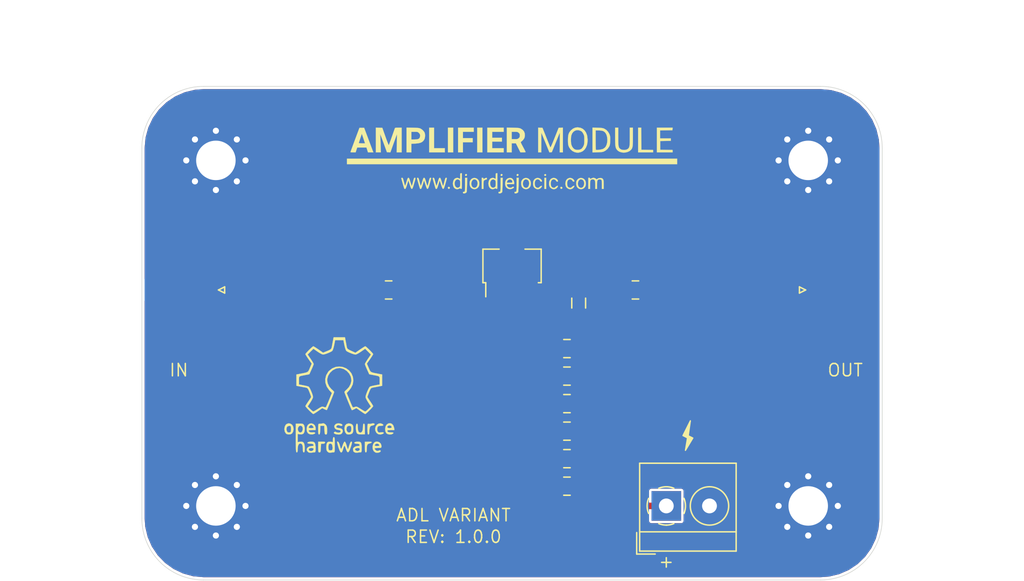
<source format=kicad_pcb>
(kicad_pcb (version 20171130) (host pcbnew "(5.1.8)-1")

  (general
    (thickness 1.6)
    (drawings 19)
    (tracks 7)
    (zones 0)
    (modules 20)
    (nets 7)
  )

  (page A4)
  (layers
    (0 F.Cu signal)
    (31 B.Cu signal)
    (32 B.Adhes user)
    (33 F.Adhes user)
    (34 B.Paste user)
    (35 F.Paste user)
    (36 B.SilkS user)
    (37 F.SilkS user)
    (38 B.Mask user)
    (39 F.Mask user)
    (40 Dwgs.User user)
    (41 Cmts.User user)
    (42 Eco1.User user)
    (43 Eco2.User user)
    (44 Edge.Cuts user)
    (45 Margin user)
    (46 B.CrtYd user)
    (47 F.CrtYd user)
    (48 B.Fab user)
    (49 F.Fab user)
  )

  (setup
    (last_trace_width 0.25)
    (user_trace_width 0.525491)
    (user_trace_width 1.04516)
    (trace_clearance 0.2)
    (zone_clearance 0.2)
    (zone_45_only no)
    (trace_min 0.2)
    (via_size 0.8)
    (via_drill 0.4)
    (via_min_size 0.4)
    (via_min_drill 0.3)
    (uvia_size 0.3)
    (uvia_drill 0.1)
    (uvias_allowed no)
    (uvia_min_size 0.2)
    (uvia_min_drill 0.1)
    (edge_width 0.05)
    (segment_width 0.2)
    (pcb_text_width 0.3)
    (pcb_text_size 1.5 1.5)
    (mod_edge_width 0.12)
    (mod_text_size 1 1)
    (mod_text_width 0.15)
    (pad_size 1.524 1.524)
    (pad_drill 0.762)
    (pad_to_mask_clearance 0)
    (aux_axis_origin 0 0)
    (visible_elements 7FFFFF7F)
    (pcbplotparams
      (layerselection 0x010fc_ffffffff)
      (usegerberextensions false)
      (usegerberattributes true)
      (usegerberadvancedattributes true)
      (creategerberjobfile true)
      (excludeedgelayer true)
      (linewidth 0.100000)
      (plotframeref false)
      (viasonmask false)
      (mode 1)
      (useauxorigin false)
      (hpglpennumber 1)
      (hpglpenspeed 20)
      (hpglpendiameter 15.000000)
      (psnegative false)
      (psa4output false)
      (plotreference true)
      (plotvalue true)
      (plotinvisibletext false)
      (padsonsilk false)
      (subtractmaskfromsilk false)
      (outputformat 1)
      (mirror false)
      (drillshape 1)
      (scaleselection 1)
      (outputdirectory ""))
  )

  (net 0 "")
  (net 1 +5V)
  (net 2 GND)
  (net 3 "Net-(C7-Pad1)")
  (net 4 "Net-(C7-Pad2)")
  (net 5 "Net-(C8-Pad2)")
  (net 6 "Net-(C8-Pad1)")

  (net_class Default "This is the default net class."
    (clearance 0.2)
    (trace_width 0.25)
    (via_dia 0.8)
    (via_drill 0.4)
    (uvia_dia 0.3)
    (uvia_drill 0.1)
    (add_net +5V)
    (add_net GND)
    (add_net "Net-(C7-Pad1)")
    (add_net "Net-(C7-Pad2)")
    (add_net "Net-(C8-Pad1)")
    (add_net "Net-(C8-Pad2)")
  )

  (module Icons:Amplifier_Module_Label (layer F.Cu) (tedit 60186031) (tstamp 6019517F)
    (at 130 55.99889)
    (fp_text reference G*** (at 0 -5.08) (layer F.SilkS) hide
      (effects (font (size 1.524 1.524) (thickness 0.3)))
    )
    (fp_text value LOGO (at 0 5.08) (layer F.SilkS) hide
      (effects (font (size 1.524 1.524) (thickness 0.3)))
    )
    (fp_poly (pts (xy 13.005092 -2.547056) (xy 12.996333 -2.441223) (xy 12.495389 -2.433516) (xy 11.994444 -2.425809)
      (xy 11.994444 -1.778) (xy 12.869333 -1.778) (xy 12.869333 -1.581915) (xy 12.438944 -1.574124)
      (xy 12.008555 -1.566334) (xy 12.008555 -0.860778) (xy 12.5095 -0.853071) (xy 13.010444 -0.845365)
      (xy 13.010444 -0.649111) (xy 11.740444 -0.649111) (xy 11.740444 -2.652889) (xy 13.013852 -2.652889)
      (xy 13.005092 -2.547056)) (layer F.SilkS) (width 0.01))
    (fp_poly (pts (xy 10.477103 -1.756834) (xy 10.484555 -0.860778) (xy 10.957278 -0.85304) (xy 11.43 -0.845302)
      (xy 11.43 -0.649111) (xy 10.216444 -0.649111) (xy 10.216444 -2.652889) (xy 10.469651 -2.652889)
      (xy 10.477103 -1.756834)) (layer F.SilkS) (width 0.01))
    (fp_poly (pts (xy 6.9215 -2.647379) (xy 7.090532 -2.641213) (xy 7.215648 -2.632987) (xy 7.309375 -2.620947)
      (xy 7.384243 -2.603342) (xy 7.452777 -2.578419) (xy 7.471185 -2.570489) (xy 7.638933 -2.466824)
      (xy 7.78001 -2.319818) (xy 7.884876 -2.139911) (xy 7.900903 -2.100265) (xy 7.928334 -2.020008)
      (xy 7.945687 -1.944719) (xy 7.954541 -1.859101) (xy 7.956469 -1.747855) (xy 7.95305 -1.595684)
      (xy 7.953015 -1.594556) (xy 7.946992 -1.443839) (xy 7.938319 -1.335233) (xy 7.92446 -1.254405)
      (xy 7.902878 -1.187021) (xy 7.871038 -1.118748) (xy 7.86767 -1.112238) (xy 7.745905 -0.937751)
      (xy 7.582614 -0.796653) (xy 7.4521 -0.723952) (xy 7.387717 -0.699225) (xy 7.313574 -0.681426)
      (xy 7.217904 -0.669008) (xy 7.088942 -0.660429) (xy 6.9215 -0.654331) (xy 6.519333 -0.642835)
      (xy 6.519333 -2.427111) (xy 6.773333 -2.427111) (xy 6.773333 -1.655704) (xy 6.774079 -1.452263)
      (xy 6.776183 -1.267334) (xy 6.779446 -1.108421) (xy 6.783667 -0.983026) (xy 6.788645 -0.898652)
      (xy 6.794181 -0.862804) (xy 6.7945 -0.862387) (xy 6.838931 -0.848861) (xy 6.923107 -0.847552)
      (xy 7.032136 -0.856518) (xy 7.151121 -0.873816) (xy 7.265171 -0.897505) (xy 7.35939 -0.925643)
      (xy 7.39397 -0.94055) (xy 7.527568 -1.039585) (xy 7.599271 -1.132036) (xy 7.671966 -1.294016)
      (xy 7.713481 -1.483865) (xy 7.724187 -1.686448) (xy 7.704454 -1.886626) (xy 7.654654 -2.069263)
      (xy 7.575157 -2.219221) (xy 7.572539 -2.222761) (xy 7.484989 -2.315713) (xy 7.378847 -2.377949)
      (xy 7.243112 -2.413601) (xy 7.066784 -2.426801) (xy 7.028457 -2.427111) (xy 6.773333 -2.427111)
      (xy 6.519333 -2.427111) (xy 6.519333 -2.659166) (xy 6.9215 -2.647379)) (layer F.SilkS) (width 0.01))
    (fp_poly (pts (xy 4.120444 -0.649111) (xy 3.86066 -0.649111) (xy 3.870608 -1.451104) (xy 3.872813 -1.656655)
      (xy 3.87414 -1.842007) (xy 3.874591 -2.000195) (xy 3.874171 -2.124254) (xy 3.872883 -2.207219)
      (xy 3.870731 -2.242126) (xy 3.870189 -2.242719) (xy 3.857361 -2.214947) (xy 3.826059 -2.14136)
      (xy 3.778978 -2.028467) (xy 3.718813 -1.882778) (xy 3.648261 -1.710802) (xy 3.570015 -1.51905)
      (xy 3.541031 -1.447782) (xy 3.22224 -0.663223) (xy 3.125064 -0.654705) (xy 3.027887 -0.646188)
      (xy 2.834752 -1.120372) (xy 2.760065 -1.3034) (xy 2.680743 -1.497202) (xy 2.604062 -1.684041)
      (xy 2.537296 -1.84618) (xy 2.507143 -1.919111) (xy 2.37267 -2.243667) (xy 2.371668 -1.446389)
      (xy 2.370667 -0.649111) (xy 2.116667 -0.649111) (xy 2.116667 -2.655583) (xy 2.291554 -2.64718)
      (xy 2.466442 -2.638778) (xy 2.770903 -1.876778) (xy 2.849725 -1.679657) (xy 2.9226 -1.497697)
      (xy 2.986656 -1.338046) (xy 3.039023 -1.20785) (xy 3.07683 -1.114254) (xy 3.097204 -1.064404)
      (xy 3.099027 -1.060098) (xy 3.110546 -1.055757) (xy 3.131053 -1.080478) (xy 3.162313 -1.138102)
      (xy 3.206092 -1.23247) (xy 3.264156 -1.367424) (xy 3.338269 -1.546803) (xy 3.430198 -1.774449)
      (xy 3.449273 -1.822098) (xy 3.775856 -2.638778) (xy 3.94815 -2.64718) (xy 4.120444 -2.655583)
      (xy 4.120444 -0.649111)) (layer F.SilkS) (width 0.01))
    (fp_poly (pts (xy 0.077611 -2.647252) (xy 0.261833 -2.642252) (xy 0.399709 -2.636478) (xy 0.501336 -2.628708)
      (xy 0.576811 -2.617719) (xy 0.636231 -2.602289) (xy 0.689692 -2.581195) (xy 0.712787 -2.570358)
      (xy 0.86581 -2.468739) (xy 0.972566 -2.33664) (xy 1.031291 -2.178298) (xy 1.040224 -1.997951)
      (xy 1.012743 -1.849192) (xy 0.967415 -1.754) (xy 0.889114 -1.650253) (xy 0.793992 -1.557197)
      (xy 0.728012 -1.509889) (xy 0.712617 -1.494298) (xy 0.710156 -1.467384) (xy 0.723557 -1.421609)
      (xy 0.755748 -1.349436) (xy 0.809656 -1.243328) (xy 0.888209 -1.095749) (xy 0.89065 -1.091211)
      (xy 0.962558 -0.955952) (xy 1.023863 -0.837648) (xy 1.069969 -0.745404) (xy 1.096283 -0.688327)
      (xy 1.100667 -0.674933) (xy 1.074754 -0.662586) (xy 1.006214 -0.653454) (xy 0.908841 -0.649223)
      (xy 0.889202 -0.649111) (xy 0.677737 -0.649111) (xy 0.493889 -1.016) (xy 0.31004 -1.382889)
      (xy -0.028222 -1.382889) (xy -0.028222 -0.649111) (xy -0.423333 -0.649111) (xy -0.423333 -2.314223)
      (xy -0.028222 -2.314223) (xy -0.028222 -1.721556) (xy 0.211221 -1.721556) (xy 0.33054 -1.722965)
      (xy 0.409373 -1.729783) (xy 0.463659 -1.745894) (xy 0.509335 -1.775183) (xy 0.540481 -1.801806)
      (xy 0.597389 -1.86146) (xy 0.623652 -1.922449) (xy 0.630282 -2.011268) (xy 0.630296 -2.017889)
      (xy 0.624473 -2.109158) (xy 0.599662 -2.171045) (xy 0.54485 -2.230047) (xy 0.540481 -2.233972)
      (xy 0.49211 -2.273434) (xy 0.44506 -2.297297) (xy 0.38339 -2.309448) (xy 0.291163 -2.31377)
      (xy 0.211221 -2.314223) (xy -0.028222 -2.314223) (xy -0.423333 -2.314223) (xy -0.423333 -2.659183)
      (xy 0.077611 -2.647252)) (layer F.SilkS) (width 0.01))
    (fp_poly (pts (xy -0.677333 -2.314223) (xy -1.608667 -2.314223) (xy -1.608667 -1.834445) (xy -0.818445 -1.834445)
      (xy -0.818445 -1.524) (xy -1.608667 -1.524) (xy -1.608667 -0.987778) (xy -0.677333 -0.987778)
      (xy -0.677333 -0.649111) (xy -2.003778 -0.649111) (xy -2.003778 -2.652889) (xy -0.677333 -2.652889)
      (xy -0.677333 -2.314223)) (layer F.SilkS) (width 0.01))
    (fp_poly (pts (xy -2.398889 -0.649111) (xy -2.822222 -0.649111) (xy -2.822222 -2.652889) (xy -2.398889 -2.652889)
      (xy -2.398889 -0.649111)) (layer F.SilkS) (width 0.01))
    (fp_poly (pts (xy -3.104445 -2.314223) (xy -3.979333 -2.314223) (xy -3.979333 -1.806223) (xy -3.189111 -1.806223)
      (xy -3.189111 -1.467556) (xy -3.979333 -1.467556) (xy -3.979333 -0.649111) (xy -4.374445 -0.649111)
      (xy -4.374445 -2.652889) (xy -3.104445 -2.652889) (xy -3.104445 -2.314223)) (layer F.SilkS) (width 0.01))
    (fp_poly (pts (xy -4.769556 -0.649111) (xy -5.192889 -0.649111) (xy -5.192889 -2.652889) (xy -4.769556 -2.652889)
      (xy -4.769556 -0.649111)) (layer F.SilkS) (width 0.01))
    (fp_poly (pts (xy -6.321778 -0.987778) (xy -5.446889 -0.987778) (xy -5.446889 -0.649111) (xy -6.716889 -0.649111)
      (xy -6.716889 -2.652889) (xy -6.321778 -2.652889) (xy -6.321778 -0.987778)) (layer F.SilkS) (width 0.01))
    (fp_poly (pts (xy -8.050389 -2.64788) (xy -7.863031 -2.643181) (xy -7.722184 -2.63732) (xy -7.617915 -2.629213)
      (xy -7.540291 -2.617774) (xy -7.479377 -2.601919) (xy -7.425241 -2.580563) (xy -7.422445 -2.57929)
      (xy -7.305251 -2.506397) (xy -7.194588 -2.404664) (xy -7.108841 -2.292607) (xy -7.079038 -2.233476)
      (xy -7.052305 -2.114602) (xy -7.048048 -1.970961) (xy -7.065041 -1.82816) (xy -7.102056 -1.711803)
      (xy -7.104253 -1.707445) (xy -7.183999 -1.586059) (xy -7.286576 -1.494473) (xy -7.419528 -1.429188)
      (xy -7.5904 -1.386707) (xy -7.806737 -1.363529) (xy -7.851026 -1.361139) (xy -8.156222 -1.346674)
      (xy -8.156222 -0.649111) (xy -8.551333 -0.649111) (xy -8.551333 -2.314223) (xy -8.156222 -2.314223)
      (xy -8.156222 -1.693334) (xy -7.914932 -1.693334) (xy -7.744263 -1.700523) (xy -7.626261 -1.721967)
      (xy -7.591213 -1.735959) (xy -7.508792 -1.796306) (xy -7.46442 -1.879325) (xy -7.450684 -1.999194)
      (xy -7.450667 -2.004745) (xy -7.459521 -2.090872) (xy -7.494185 -2.159631) (xy -7.546622 -2.218267)
      (xy -7.593988 -2.263556) (xy -7.635641 -2.291738) (xy -7.686497 -2.306871) (xy -7.761471 -2.313011)
      (xy -7.87548 -2.314217) (xy -7.8994 -2.314223) (xy -8.156222 -2.314223) (xy -8.551333 -2.314223)
      (xy -8.551333 -2.658372) (xy -8.050389 -2.64788)) (layer F.SilkS) (width 0.01))
    (fp_poly (pts (xy -10.773867 -2.646893) (xy -10.512845 -2.638778) (xy -10.261149 -1.925241) (xy -10.194045 -1.737769)
      (xy -10.132239 -1.570345) (xy -10.078332 -1.429593) (xy -10.034922 -1.322142) (xy -10.004611 -1.254616)
      (xy -9.989998 -1.233644) (xy -9.989836 -1.233796) (xy -9.97541 -1.265539) (xy -9.945226 -1.343096)
      (xy -9.902052 -1.458962) (xy -9.848657 -1.605635) (xy -9.787808 -1.775609) (xy -9.73864 -1.914736)
      (xy -9.674019 -2.098441) (xy -9.615108 -2.265644) (xy -9.564646 -2.408594) (xy -9.525371 -2.519535)
      (xy -9.500025 -2.590715) (xy -9.491844 -2.613236) (xy -9.469601 -2.633014) (xy -9.415388 -2.645377)
      (xy -9.320473 -2.651561) (xy -9.211536 -2.652889) (xy -8.946445 -2.652889) (xy -8.946445 -0.649111)
      (xy -9.350133 -0.649111) (xy -9.334385 -1.382889) (xy -9.330421 -1.579716) (xy -9.327358 -1.756596)
      (xy -9.325284 -1.906122) (xy -9.324285 -2.020888) (xy -9.324451 -2.093486) (xy -9.325716 -2.116667)
      (xy -9.33671 -2.091219) (xy -9.364204 -2.019385) (xy -9.405701 -1.90793) (xy -9.458701 -1.763619)
      (xy -9.520709 -1.593219) (xy -9.589225 -1.403494) (xy -9.597093 -1.38162) (xy -9.86139 -0.646572)
      (xy -10.000611 -0.654897) (xy -10.139832 -0.663223) (xy -10.398192 -1.374813) (xy -10.489709 -1.624466)
      (xy -10.56502 -1.824736) (xy -10.623833 -1.974936) (xy -10.665858 -2.07438) (xy -10.690805 -2.122379)
      (xy -10.698383 -2.118248) (xy -10.688301 -2.0613) (xy -10.688056 -2.060223) (xy -10.68267 -2.012687)
      (xy -10.6763 -1.9176) (xy -10.669379 -1.783836) (xy -10.662338 -1.620269) (xy -10.655611 -1.435775)
      (xy -10.651925 -1.319389) (xy -10.631901 -0.649111) (xy -11.034889 -0.649111) (xy -11.034889 -2.655007)
      (xy -10.773867 -2.646893)) (layer F.SilkS) (width 0.01))
    (fp_poly (pts (xy -11.612528 -1.643945) (xy -11.239074 -0.649111) (xy -11.67289 -0.649111) (xy -11.800144 -1.044223)
      (xy -12.547779 -1.044223) (xy -12.675033 -0.649111) (xy -12.885072 -0.649111) (xy -12.985708 -0.651721)
      (xy -13.059853 -0.658619) (xy -13.093717 -0.668413) (xy -13.094476 -0.670278) (xy -13.084779 -0.700666)
      (xy -13.057452 -0.777904) (xy -13.014691 -0.895993) (xy -12.958692 -1.048936) (xy -12.891652 -1.230735)
      (xy -12.82708 -1.404883) (xy -12.417778 -1.404883) (xy -12.391668 -1.395161) (xy -12.321769 -1.387638)
      (xy -12.220723 -1.383418) (xy -12.165888 -1.382889) (xy -11.913997 -1.382889) (xy -12.043585 -1.770551)
      (xy -12.173172 -2.158213) (xy -12.295475 -1.792545) (xy -12.340185 -1.657339) (xy -12.377566 -1.541381)
      (xy -12.404316 -1.455134) (xy -12.417134 -1.409065) (xy -12.417778 -1.404883) (xy -12.82708 -1.404883)
      (xy -12.815767 -1.435392) (xy -12.733233 -1.656909) (xy -12.73017 -1.665111) (xy -12.366499 -2.638778)
      (xy -11.985983 -2.638778) (xy -11.612528 -1.643945)) (layer F.SilkS) (width 0.01))
    (fp_poly (pts (xy 8.607778 -1.918205) (xy 8.608341 -1.675373) (xy 8.610725 -1.482006) (xy 8.615969 -1.331133)
      (xy 8.625115 -1.215781) (xy 8.639203 -1.128977) (xy 8.659273 -1.063748) (xy 8.686366 -1.013121)
      (xy 8.721521 -0.970123) (xy 8.753959 -0.938546) (xy 8.85472 -0.879345) (xy 8.985676 -0.848025)
      (xy 9.128105 -0.844612) (xy 9.263283 -0.869132) (xy 9.372486 -0.921609) (xy 9.392011 -0.937683)
      (xy 9.434184 -0.979741) (xy 9.467456 -1.024038) (xy 9.492875 -1.077553) (xy 9.511486 -1.147266)
      (xy 9.524338 -1.240157) (xy 9.532477 -1.363206) (xy 9.536951 -1.523393) (xy 9.538807 -1.727697)
      (xy 9.539111 -1.918205) (xy 9.539111 -2.652889) (xy 9.793111 -2.652889) (xy 9.793111 -1.91533)
      (xy 9.792438 -1.666043) (xy 9.789759 -1.466044) (xy 9.784089 -1.308184) (xy 9.774439 -1.185317)
      (xy 9.759823 -1.090294) (xy 9.739254 -1.015969) (xy 9.711744 -0.955192) (xy 9.676307 -0.900818)
      (xy 9.648043 -0.8649) (xy 9.527549 -0.759676) (xy 9.370569 -0.683073) (xy 9.191188 -0.638646)
      (xy 9.003492 -0.62995) (xy 8.829283 -0.658309) (xy 8.679022 -0.71448) (xy 8.565128 -0.792472)
      (xy 8.485428 -0.881364) (xy 8.447758 -0.93656) (xy 8.417956 -0.995864) (xy 8.395121 -1.066416)
      (xy 8.378357 -1.155355) (xy 8.366764 -1.26982) (xy 8.359444 -1.41695) (xy 8.355499 -1.603883)
      (xy 8.35403 -1.837759) (xy 8.353935 -1.926167) (xy 8.353778 -2.652889) (xy 8.607778 -2.652889)
      (xy 8.607778 -1.918205)) (layer F.SilkS) (width 0.01))
    (fp_poly (pts (xy 5.520317 -2.647233) (xy 5.556337 -2.637185) (xy 5.72972 -2.557168) (xy 5.876101 -2.43082)
      (xy 5.99125 -2.263457) (xy 6.070936 -2.060396) (xy 6.093475 -1.962182) (xy 6.122946 -1.698734)
      (xy 6.113129 -1.451929) (xy 6.066358 -1.227404) (xy 5.984967 -1.030796) (xy 5.871289 -0.867742)
      (xy 5.727658 -0.743876) (xy 5.556407 -0.664836) (xy 5.556337 -0.664815) (xy 5.388148 -0.628453)
      (xy 5.236081 -0.62964) (xy 5.073653 -0.668902) (xy 5.056439 -0.674729) (xy 4.891266 -0.759579)
      (xy 4.745593 -0.887856) (xy 4.632299 -1.046929) (xy 4.594203 -1.127975) (xy 4.566679 -1.206688)
      (xy 4.54839 -1.287396) (xy 4.53753 -1.384633) (xy 4.532292 -1.512933) (xy 4.530973 -1.636889)
      (xy 4.532297 -1.70493) (xy 4.771769 -1.70493) (xy 4.774174 -1.531557) (xy 4.787546 -1.37374)
      (xy 4.79981 -1.301041) (xy 4.852728 -1.150255) (xy 4.937783 -1.016816) (xy 5.043479 -0.917251)
      (xy 5.083395 -0.893377) (xy 5.203124 -0.857501) (xy 5.345168 -0.851396) (xy 5.486129 -0.87346)
      (xy 5.602612 -0.922089) (xy 5.613989 -0.929744) (xy 5.68652 -1.001678) (xy 5.756727 -1.105475)
      (xy 5.782122 -1.154557) (xy 5.814124 -1.227914) (xy 5.835347 -1.295176) (xy 5.847962 -1.370962)
      (xy 5.854138 -1.469893) (xy 5.856046 -1.606588) (xy 5.856111 -1.652996) (xy 5.85528 -1.7998)
      (xy 5.85117 -1.904707) (xy 5.841351 -1.982258) (xy 5.823397 -2.046994) (xy 5.794879 -2.113458)
      (xy 5.771291 -2.160996) (xy 5.711547 -2.26536) (xy 5.651315 -2.333937) (xy 5.573914 -2.38501)
      (xy 5.560699 -2.391834) (xy 5.397097 -2.446822) (xy 5.238263 -2.449281) (xy 5.091741 -2.403059)
      (xy 4.965075 -2.312004) (xy 4.865808 -2.179962) (xy 4.801483 -2.010782) (xy 4.799854 -2.003778)
      (xy 4.78033 -1.870218) (xy 4.771769 -1.70493) (xy 4.532297 -1.70493) (xy 4.535065 -1.847162)
      (xy 4.551536 -2.013535) (xy 4.584059 -2.147875) (xy 4.636306 -2.262052) (xy 4.711948 -2.367933)
      (xy 4.780366 -2.443041) (xy 4.942765 -2.575407) (xy 5.119374 -2.653348) (xy 5.311466 -2.677184)
      (xy 5.520317 -2.647233)) (layer F.SilkS) (width 0.01))
    (fp_poly (pts (xy 13.377333 0.310444) (xy -13.377333 0.310444) (xy -13.377333 -0.141111) (xy 13.377333 -0.141111)
      (xy 13.377333 0.310444)) (layer F.SilkS) (width 0.01))
    (fp_poly (pts (xy 2.738398 1.120872) (xy 2.761645 1.170536) (xy 2.760701 1.191974) (xy 2.732074 1.248878)
      (xy 2.680714 1.262769) (xy 2.62555 1.228715) (xy 2.624496 1.22746) (xy 2.602361 1.184998)
      (xy 2.625317 1.144535) (xy 2.631958 1.137724) (xy 2.68906 1.107361) (xy 2.738398 1.120872)) (layer F.SilkS) (width 0.01))
    (fp_poly (pts (xy 0.509183 1.121826) (xy 0.529951 1.171975) (xy 0.507702 1.228026) (xy 0.453365 1.265602)
      (xy 0.401823 1.259413) (xy 0.377095 1.227666) (xy 0.372597 1.158625) (xy 0.409084 1.111377)
      (xy 0.451555 1.100666) (xy 0.509183 1.121826)) (layer F.SilkS) (width 0.01))
    (fp_poly (pts (xy -0.789039 1.121826) (xy -0.768271 1.171975) (xy -0.790521 1.228026) (xy -0.844858 1.265602)
      (xy -0.896399 1.259413) (xy -0.921128 1.227666) (xy -0.925625 1.158625) (xy -0.889139 1.111377)
      (xy -0.846667 1.100666) (xy -0.789039 1.121826)) (layer F.SilkS) (width 0.01))
    (fp_poly (pts (xy -3.667706 1.121826) (xy -3.646938 1.171975) (xy -3.669187 1.228026) (xy -3.723524 1.265602)
      (xy -3.775066 1.259413) (xy -3.799794 1.227666) (xy -3.804292 1.158625) (xy -3.767805 1.111377)
      (xy -3.725333 1.100666) (xy -3.667706 1.121826)) (layer F.SilkS) (width 0.01))
    (fp_poly (pts (xy 6.307181 1.424937) (xy 6.321778 1.464513) (xy 6.324627 1.496727) (xy 6.342593 1.502905)
      (xy 6.389807 1.483047) (xy 6.426523 1.464513) (xy 6.509924 1.430009) (xy 6.584368 1.411904)
      (xy 6.597258 1.411111) (xy 6.666469 1.423131) (xy 6.741487 1.452624) (xy 6.802491 1.489741)
      (xy 6.829655 1.524632) (xy 6.829778 1.526646) (xy 6.849544 1.530738) (xy 6.899093 1.505732)
      (xy 6.9215 1.490644) (xy 7.023924 1.44031) (xy 7.149721 1.425222) (xy 7.241841 1.431139)
      (xy 7.302597 1.455189) (xy 7.354332 1.504407) (xy 7.382348 1.54025) (xy 7.401414 1.57836)
      (xy 7.413242 1.629919) (xy 7.419546 1.706107) (xy 7.42204 1.818108) (xy 7.422444 1.948907)
      (xy 7.422444 2.314222) (xy 7.281333 2.314222) (xy 7.281333 1.9649) (xy 7.279607 1.801708)
      (xy 7.271951 1.686611) (xy 7.254648 1.611302) (xy 7.22398 1.567474) (xy 7.176231 1.546821)
      (xy 7.107684 1.541037) (xy 7.091615 1.540933) (xy 7.013417 1.548998) (xy 6.957335 1.578156)
      (xy 6.919985 1.635855) (xy 6.897983 1.729539) (xy 6.887944 1.866655) (xy 6.886222 1.992793)
      (xy 6.886222 2.314222) (xy 6.745111 2.314222) (xy 6.745111 1.992793) (xy 6.741566 1.821174)
      (xy 6.728577 1.698152) (xy 6.702612 1.616186) (xy 6.660141 1.567739) (xy 6.597632 1.545272)
      (xy 6.533444 1.540933) (xy 6.453052 1.548501) (xy 6.395424 1.57623) (xy 6.357029 1.631658)
      (xy 6.334334 1.722325) (xy 6.32381 1.855768) (xy 6.321778 1.992793) (xy 6.321778 2.314222)
      (xy 6.180667 2.314222) (xy 6.180667 1.411111) (xy 6.251222 1.411111) (xy 6.307181 1.424937)) (layer F.SilkS) (width 0.01))
    (fp_poly (pts (xy 4.053797 2.165652) (xy 4.080698 2.214831) (xy 4.063201 2.272759) (xy 4.061031 2.275466)
      (xy 4.005035 2.311576) (xy 3.951093 2.295658) (xy 3.927695 2.264833) (xy 3.912257 2.196485)
      (xy 3.944099 2.15441) (xy 3.992777 2.144889) (xy 4.053797 2.165652)) (layer F.SilkS) (width 0.01))
    (fp_poly (pts (xy 2.765778 2.314222) (xy 2.624667 2.314222) (xy 2.624667 1.411111) (xy 2.765778 1.411111)
      (xy 2.765778 2.314222)) (layer F.SilkS) (width 0.01))
    (fp_poly (pts (xy -2.330134 1.423684) (xy -2.314243 1.469181) (xy -2.314222 1.471929) (xy -2.310376 1.513537)
      (xy -2.289257 1.50898) (xy -2.262982 1.486376) (xy -2.198103 1.447309) (xy -2.121871 1.422029)
      (xy -2.060277 1.414163) (xy -2.036015 1.432043) (xy -2.032 1.478139) (xy -2.042689 1.533899)
      (xy -2.084415 1.551776) (xy -2.09875 1.552222) (xy -2.167811 1.569435) (xy -2.239861 1.610715)
      (xy -2.271896 1.638241) (xy -2.293092 1.668364) (xy -2.305687 1.712539) (xy -2.311916 1.782222)
      (xy -2.314014 1.888868) (xy -2.314222 1.991715) (xy -2.314222 2.314222) (xy -2.455333 2.314222)
      (xy -2.455333 1.411111) (xy -2.384778 1.411111) (xy -2.330134 1.423684)) (layer F.SilkS) (width 0.01))
    (fp_poly (pts (xy -5.061981 2.165652) (xy -5.035079 2.214831) (xy -5.052577 2.272759) (xy -5.054747 2.275466)
      (xy -5.110743 2.311576) (xy -5.164685 2.295658) (xy -5.188082 2.264833) (xy -5.203521 2.196485)
      (xy -5.171679 2.15441) (xy -5.123001 2.144889) (xy -5.061981 2.165652)) (layer F.SilkS) (width 0.01))
    (fp_poly (pts (xy -5.313856 1.411478) (xy -5.295823 1.417337) (xy -5.287363 1.435826) (xy -5.289478 1.474082)
      (xy -5.303173 1.539245) (xy -5.329451 1.638451) (xy -5.369315 1.778838) (xy -5.413866 1.933222)
      (xy -5.458904 2.084927) (xy -5.493782 2.190055) (xy -5.522063 2.25678) (xy -5.547307 2.293275)
      (xy -5.573077 2.307715) (xy -5.57738 2.308509) (xy -5.603125 2.306139) (xy -5.626928 2.285409)
      (xy -5.652894 2.238173) (xy -5.685124 2.156285) (xy -5.727722 2.031599) (xy -5.747956 1.969842)
      (xy -5.860933 1.622777) (xy -5.969072 1.9685) (xy -6.017307 2.117391) (xy -6.054774 2.218962)
      (xy -6.084827 2.280544) (xy -6.110821 2.309465) (xy -6.127273 2.314222) (xy -6.17685 2.303753)
      (xy -6.190458 2.29299) (xy -6.203633 2.257555) (xy -6.228258 2.179615) (xy -6.260919 2.071067)
      (xy -6.298204 1.943808) (xy -6.3367 1.809736) (xy -6.372997 1.680748) (xy -6.40368 1.568741)
      (xy -6.425338 1.485614) (xy -6.434558 1.443263) (xy -6.434667 1.441531) (xy -6.410744 1.417873)
      (xy -6.370556 1.411111) (xy -6.342036 1.415722) (xy -6.318747 1.435613) (xy -6.296611 1.479867)
      (xy -6.271549 1.557566) (xy -6.239482 1.677795) (xy -6.224827 1.735666) (xy -6.191798 1.861802)
      (xy -6.162268 1.965053) (xy -6.139469 2.034738) (xy -6.12666 2.060176) (xy -6.112712 2.034774)
      (xy -6.086897 1.965612) (xy -6.052876 1.863195) (xy -6.01431 1.73803) (xy -6.013593 1.73562)
      (xy -5.971043 1.596521) (xy -5.9387 1.503262) (xy -5.912354 1.447108) (xy -5.8878 1.419327)
      (xy -5.860829 1.411183) (xy -5.857262 1.411111) (xy -5.829475 1.417555) (xy -5.80476 1.442778)
      (xy -5.778841 1.495612) (xy -5.747444 1.584889) (xy -5.706292 1.719443) (xy -5.703578 1.728611)
      (xy -5.665078 1.855212) (xy -5.630692 1.961684) (xy -5.604297 2.036436) (xy -5.590199 2.067466)
      (xy -5.576688 2.050121) (xy -5.553888 1.987345) (xy -5.524863 1.888782) (xy -5.49268 1.764077)
      (xy -5.489268 1.749966) (xy -5.454481 1.608241) (xy -5.428113 1.512606) (xy -5.406221 1.45408)
      (xy -5.384858 1.423678) (xy -5.36008 1.412419) (xy -5.340458 1.411111) (xy -5.313856 1.411478)) (layer F.SilkS) (width 0.01))
    (fp_poly (pts (xy -6.583856 1.411478) (xy -6.565823 1.417337) (xy -6.557363 1.435826) (xy -6.559478 1.474082)
      (xy -6.573173 1.539245) (xy -6.599451 1.638451) (xy -6.639315 1.778838) (xy -6.683866 1.933222)
      (xy -6.728904 2.084927) (xy -6.763782 2.190055) (xy -6.792063 2.25678) (xy -6.817307 2.293275)
      (xy -6.843077 2.307715) (xy -6.84738 2.308509) (xy -6.873125 2.306139) (xy -6.896928 2.285409)
      (xy -6.922894 2.238173) (xy -6.955124 2.156285) (xy -6.997722 2.031599) (xy -7.017956 1.969842)
      (xy -7.130933 1.622777) (xy -7.239072 1.9685) (xy -7.287307 2.117391) (xy -7.324774 2.218962)
      (xy -7.354827 2.280544) (xy -7.380821 2.309465) (xy -7.397273 2.314222) (xy -7.44685 2.303753)
      (xy -7.460458 2.29299) (xy -7.473633 2.257555) (xy -7.498258 2.179615) (xy -7.530919 2.071067)
      (xy -7.568204 1.943808) (xy -7.6067 1.809736) (xy -7.642997 1.680748) (xy -7.67368 1.568741)
      (xy -7.695338 1.485614) (xy -7.704558 1.443263) (xy -7.704667 1.441531) (xy -7.680744 1.417873)
      (xy -7.640556 1.411111) (xy -7.612036 1.415722) (xy -7.588747 1.435613) (xy -7.566611 1.479867)
      (xy -7.541549 1.557566) (xy -7.509482 1.677795) (xy -7.494827 1.735666) (xy -7.461798 1.861802)
      (xy -7.432268 1.965053) (xy -7.409469 2.034738) (xy -7.39666 2.060176) (xy -7.382712 2.034774)
      (xy -7.356897 1.965612) (xy -7.322876 1.863195) (xy -7.28431 1.73803) (xy -7.283593 1.73562)
      (xy -7.241043 1.596521) (xy -7.2087 1.503262) (xy -7.182354 1.447108) (xy -7.1578 1.419327)
      (xy -7.130829 1.411183) (xy -7.127262 1.411111) (xy -7.099475 1.417555) (xy -7.07476 1.442778)
      (xy -7.048841 1.495612) (xy -7.017444 1.584889) (xy -6.976292 1.719443) (xy -6.973578 1.728611)
      (xy -6.935078 1.855212) (xy -6.900692 1.961684) (xy -6.874297 2.036436) (xy -6.860199 2.067466)
      (xy -6.846688 2.050121) (xy -6.823888 1.987345) (xy -6.794863 1.888782) (xy -6.76268 1.764077)
      (xy -6.759268 1.749966) (xy -6.724481 1.608241) (xy -6.698113 1.512606) (xy -6.676221 1.45408)
      (xy -6.654858 1.423678) (xy -6.63008 1.412419) (xy -6.610458 1.411111) (xy -6.583856 1.411478)) (layer F.SilkS) (width 0.01))
    (fp_poly (pts (xy -7.853856 1.411478) (xy -7.835823 1.417337) (xy -7.827363 1.435826) (xy -7.829478 1.474082)
      (xy -7.843173 1.539245) (xy -7.869451 1.638451) (xy -7.909315 1.778838) (xy -7.953866 1.933222)
      (xy -7.998904 2.084927) (xy -8.033782 2.190055) (xy -8.062063 2.25678) (xy -8.087307 2.293275)
      (xy -8.113077 2.307715) (xy -8.11738 2.308509) (xy -8.143125 2.306139) (xy -8.166928 2.285409)
      (xy -8.192894 2.238173) (xy -8.225124 2.156285) (xy -8.267722 2.031599) (xy -8.287956 1.969842)
      (xy -8.400933 1.622777) (xy -8.509072 1.9685) (xy -8.557307 2.117391) (xy -8.594774 2.218962)
      (xy -8.624827 2.280544) (xy -8.650821 2.309465) (xy -8.667273 2.314222) (xy -8.71685 2.303753)
      (xy -8.730458 2.29299) (xy -8.743633 2.257555) (xy -8.768258 2.179615) (xy -8.800919 2.071067)
      (xy -8.838204 1.943808) (xy -8.8767 1.809736) (xy -8.912997 1.680748) (xy -8.94368 1.568741)
      (xy -8.965338 1.485614) (xy -8.974558 1.443263) (xy -8.974667 1.441531) (xy -8.950744 1.417873)
      (xy -8.910556 1.411111) (xy -8.882036 1.415722) (xy -8.858747 1.435613) (xy -8.836611 1.479867)
      (xy -8.811549 1.557566) (xy -8.779482 1.677795) (xy -8.764827 1.735666) (xy -8.731798 1.861802)
      (xy -8.702268 1.965053) (xy -8.679469 2.034738) (xy -8.66666 2.060176) (xy -8.652712 2.034774)
      (xy -8.626897 1.965612) (xy -8.592876 1.863195) (xy -8.55431 1.73803) (xy -8.553593 1.73562)
      (xy -8.511043 1.596521) (xy -8.4787 1.503262) (xy -8.452354 1.447108) (xy -8.4278 1.419327)
      (xy -8.400829 1.411183) (xy -8.397262 1.411111) (xy -8.369475 1.417555) (xy -8.34476 1.442778)
      (xy -8.318841 1.495612) (xy -8.287444 1.584889) (xy -8.246292 1.719443) (xy -8.243578 1.728611)
      (xy -8.205078 1.855212) (xy -8.170692 1.961684) (xy -8.144297 2.036436) (xy -8.130199 2.067466)
      (xy -8.116688 2.050121) (xy -8.093888 1.987345) (xy -8.064863 1.888782) (xy -8.03268 1.764077)
      (xy -8.029268 1.749966) (xy -7.994481 1.608241) (xy -7.968113 1.512606) (xy -7.946221 1.45408)
      (xy -7.924858 1.423678) (xy -7.90008 1.412419) (xy -7.880458 1.411111) (xy -7.853856 1.411478)) (layer F.SilkS) (width 0.01))
    (fp_poly (pts (xy 5.700569 1.436823) (xy 5.821174 1.500161) (xy 5.919048 1.605784) (xy 5.966205 1.717914)
      (xy 5.985327 1.856129) (xy 5.976029 1.997309) (xy 5.937925 2.118329) (xy 5.927908 2.1363)
      (xy 5.832465 2.246189) (xy 5.712479 2.313883) (xy 5.580192 2.335561) (xy 5.447844 2.307405)
      (xy 5.420673 2.294533) (xy 5.311084 2.217501) (xy 5.241846 2.117468) (xy 5.206305 1.982909)
      (xy 5.199737 1.911751) (xy 5.199898 1.828362) (xy 5.33905 1.828362) (xy 5.339104 1.951402)
      (xy 5.368233 2.065007) (xy 5.427239 2.154298) (xy 5.471049 2.186759) (xy 5.549137 2.221392)
      (xy 5.61487 2.223686) (xy 5.683589 2.202545) (xy 5.756623 2.146991) (xy 5.809462 2.052945)
      (xy 5.838725 1.935796) (xy 5.841036 1.810933) (xy 5.813016 1.693745) (xy 5.800997 1.667684)
      (xy 5.730094 1.58369) (xy 5.633999 1.539936) (xy 5.529542 1.543039) (xy 5.505313 1.551402)
      (xy 5.422957 1.613484) (xy 5.367268 1.710764) (xy 5.33905 1.828362) (xy 5.199898 1.828362)
      (xy 5.199987 1.782404) (xy 5.220036 1.685859) (xy 5.240752 1.638895) (xy 5.330188 1.521143)
      (xy 5.444012 1.447854) (xy 5.571161 1.419567) (xy 5.700569 1.436823)) (layer F.SilkS) (width 0.01))
    (fp_poly (pts (xy 4.772409 1.425356) (xy 4.881384 1.465926) (xy 4.973491 1.533355) (xy 5.034633 1.61789)
      (xy 5.051778 1.691931) (xy 5.031055 1.718922) (xy 4.98418 1.721758) (xy 4.934097 1.704138)
      (xy 4.903747 1.66976) (xy 4.903241 1.667985) (xy 4.85848 1.597075) (xy 4.778965 1.54895)
      (xy 4.685075 1.534287) (xy 4.655761 1.53831) (xy 4.55814 1.585927) (xy 4.494782 1.67772)
      (xy 4.466246 1.812586) (xy 4.466009 1.912646) (xy 4.484698 2.04799) (xy 4.526902 2.138756)
      (xy 4.598966 2.194139) (xy 4.6768 2.21806) (xy 4.742582 2.222982) (xy 4.797082 2.199864)
      (xy 4.855262 2.14819) (xy 4.91754 2.098459) (xy 4.98127 2.065915) (xy 5.031122 2.056211)
      (xy 5.051768 2.074999) (xy 5.051778 2.075734) (xy 5.030393 2.13936) (xy 4.977056 2.212446)
      (xy 4.907991 2.275046) (xy 4.872367 2.296305) (xy 4.751634 2.336631) (xy 4.641304 2.330834)
      (xy 4.545784 2.293011) (xy 4.436533 2.217617) (xy 4.367221 2.118058) (xy 4.331485 1.98335)
      (xy 4.324848 1.911751) (xy 4.335715 1.737666) (xy 4.388181 1.597603) (xy 4.479996 1.494847)
      (xy 4.608912 1.432681) (xy 4.660664 1.421396) (xy 4.772409 1.425356)) (layer F.SilkS) (width 0.01))
    (fp_poly (pts (xy 3.445964 1.425356) (xy 3.554939 1.465926) (xy 3.647047 1.533355) (xy 3.708188 1.61789)
      (xy 3.725333 1.691931) (xy 3.70461 1.718922) (xy 3.657736 1.721758) (xy 3.607653 1.704138)
      (xy 3.577303 1.66976) (xy 3.576796 1.667985) (xy 3.532035 1.597075) (xy 3.452521 1.54895)
      (xy 3.35863 1.534287) (xy 3.329316 1.53831) (xy 3.231696 1.585927) (xy 3.168338 1.67772)
      (xy 3.139801 1.812586) (xy 3.139565 1.912646) (xy 3.158254 2.04799) (xy 3.200458 2.138756)
      (xy 3.272522 2.194139) (xy 3.350356 2.21806) (xy 3.416138 2.222982) (xy 3.470638 2.199864)
      (xy 3.528818 2.14819) (xy 3.591095 2.098459) (xy 3.654825 2.065915) (xy 3.704678 2.056211)
      (xy 3.725323 2.074999) (xy 3.725333 2.075734) (xy 3.703948 2.13936) (xy 3.650611 2.212446)
      (xy 3.581546 2.275046) (xy 3.545922 2.296305) (xy 3.425189 2.336631) (xy 3.314859 2.330834)
      (xy 3.219339 2.293011) (xy 3.110088 2.217617) (xy 3.040777 2.118058) (xy 3.00504 1.98335)
      (xy 2.998403 1.911751) (xy 3.009271 1.737666) (xy 3.061736 1.597603) (xy 3.153551 1.494847)
      (xy 3.282467 1.432681) (xy 3.33422 1.421396) (xy 3.445964 1.425356)) (layer F.SilkS) (width 0.01))
    (fp_poly (pts (xy 2.147742 1.425356) (xy 2.256717 1.465926) (xy 2.348825 1.533355) (xy 2.409966 1.61789)
      (xy 2.427111 1.691931) (xy 2.406388 1.718922) (xy 2.359514 1.721758) (xy 2.309431 1.704138)
      (xy 2.279081 1.66976) (xy 2.278574 1.667985) (xy 2.233813 1.597075) (xy 2.154299 1.54895)
      (xy 2.060408 1.534287) (xy 2.031094 1.53831) (xy 1.933473 1.585927) (xy 1.870116 1.67772)
      (xy 1.841579 1.812586) (xy 1.841343 1.912646) (xy 1.860032 2.04799) (xy 1.902236 2.138756)
      (xy 1.974299 2.194139) (xy 2.052134 2.21806) (xy 2.117915 2.222982) (xy 2.172416 2.199864)
      (xy 2.230596 2.14819) (xy 2.292873 2.098459) (xy 2.356603 2.065915) (xy 2.406456 2.056211)
      (xy 2.427101 2.074999) (xy 2.427111 2.075734) (xy 2.405726 2.13936) (xy 2.352389 2.212446)
      (xy 2.283324 2.275046) (xy 2.2477 2.296305) (xy 2.126967 2.336631) (xy 2.016637 2.330834)
      (xy 1.921117 2.293011) (xy 1.811866 2.217617) (xy 1.742555 2.118058) (xy 1.706818 1.98335)
      (xy 1.700181 1.911751) (xy 1.711048 1.737666) (xy 1.763514 1.597603) (xy 1.855329 1.494847)
      (xy 1.984245 1.432681) (xy 2.035998 1.421396) (xy 2.147742 1.425356)) (layer F.SilkS) (width 0.01))
    (fp_poly (pts (xy 1.241458 1.436823) (xy 1.362063 1.500161) (xy 1.459937 1.605784) (xy 1.507094 1.717914)
      (xy 1.526216 1.856129) (xy 1.516918 1.997309) (xy 1.478814 2.118329) (xy 1.468797 2.1363)
      (xy 1.373354 2.246189) (xy 1.253368 2.313883) (xy 1.121081 2.335561) (xy 0.988733 2.307405)
      (xy 0.961562 2.294533) (xy 0.851973 2.217501) (xy 0.782735 2.117468) (xy 0.747194 1.982909)
      (xy 0.740626 1.911751) (xy 0.740787 1.828362) (xy 0.879939 1.828362) (xy 0.879993 1.951402)
      (xy 0.909122 2.065007) (xy 0.968128 2.154298) (xy 1.011938 2.186759) (xy 1.090026 2.221392)
      (xy 1.155759 2.223686) (xy 1.224478 2.202545) (xy 1.297512 2.146991) (xy 1.35035 2.052945)
      (xy 1.379614 1.935796) (xy 1.381925 1.810933) (xy 1.353905 1.693745) (xy 1.341886 1.667684)
      (xy 1.270983 1.58369) (xy 1.174888 1.539936) (xy 1.070431 1.543039) (xy 1.046202 1.551402)
      (xy 0.963846 1.613484) (xy 0.908157 1.710764) (xy 0.879939 1.828362) (xy 0.740787 1.828362)
      (xy 0.740876 1.782404) (xy 0.760925 1.685859) (xy 0.781641 1.638895) (xy 0.871077 1.521143)
      (xy 0.984901 1.447854) (xy 1.11205 1.419567) (xy 1.241458 1.436823)) (layer F.SilkS) (width 0.01))
    (fp_poly (pts (xy -0.070863 1.430016) (xy -0.029069 1.445694) (xy 0.066527 1.525079) (xy 0.135968 1.639449)
      (xy 0.168288 1.769428) (xy 0.169333 1.796284) (xy 0.169333 1.919111) (xy -0.127 1.919111)
      (xy -0.269043 1.920574) (xy -0.361494 1.927941) (xy -0.411184 1.945672) (xy -0.424947 1.978232)
      (xy -0.409616 2.030082) (xy -0.382331 2.08587) (xy -0.31105 2.168376) (xy -0.212248 2.212864)
      (xy -0.102341 2.216754) (xy 0.002261 2.177468) (xy 0.036156 2.151632) (xy 0.078678 2.121656)
      (xy 0.112298 2.133344) (xy 0.130288 2.150193) (xy 0.154332 2.182613) (xy 0.143127 2.211698)
      (xy 0.090274 2.253784) (xy 0.08948 2.25435) (xy -0.0341 2.313321) (xy -0.17133 2.33264)
      (xy -0.30114 2.310317) (xy -0.336661 2.294587) (xy -0.446263 2.217469) (xy -0.515546 2.117323)
      (xy -0.551171 1.982617) (xy -0.557769 1.911751) (xy -0.551244 1.796322) (xy -0.423333 1.796322)
      (xy -0.397339 1.80092) (xy -0.32826 1.804382) (xy -0.229456 1.806123) (xy -0.197556 1.806222)
      (xy -0.08547 1.805302) (xy -0.01834 1.800362) (xy 0.015318 1.788133) (xy 0.026987 1.765346)
      (xy 0.028222 1.741946) (xy 0.006219 1.645525) (xy -0.05103 1.579582) (xy -0.130385 1.545534)
      (xy -0.218705 1.544795) (xy -0.30285 1.57878) (xy -0.369678 1.648905) (xy -0.392052 1.696687)
      (xy -0.413251 1.760135) (xy -0.423223 1.795171) (xy -0.423333 1.796322) (xy -0.551244 1.796322)
      (xy -0.548041 1.739664) (xy -0.495839 1.602208) (xy -0.399389 1.494907) (xy -0.389805 1.487563)
      (xy -0.293529 1.441161) (xy -0.178627 1.420982) (xy -0.070863 1.430016)) (layer F.SilkS) (width 0.01))
    (fp_poly (pts (xy -1.185333 1.679222) (xy -1.185547 1.884257) (xy -1.186577 2.039694) (xy -1.189005 2.152381)
      (xy -1.193416 2.229164) (xy -1.200393 2.27689) (xy -1.210518 2.302406) (xy -1.224376 2.312558)
      (xy -1.239426 2.314222) (xy -1.289743 2.298887) (xy -1.304815 2.280332) (xy -1.328061 2.264368)
      (xy -1.383612 2.27939) (xy -1.417266 2.294443) (xy -1.520458 2.333055) (xy -1.60858 2.335524)
      (xy -1.709309 2.302568) (xy -1.710511 2.302046) (xy -1.802217 2.233775) (xy -1.866838 2.129039)
      (xy -1.904392 2.000508) (xy -1.914084 1.87166) (xy -1.778 1.87166) (xy -1.759729 2.008182)
      (xy -1.710151 2.11475) (xy -1.637118 2.185905) (xy -1.548481 2.216187) (xy -1.452093 2.200137)
      (xy -1.375833 2.151287) (xy -1.350017 2.116777) (xy -1.334737 2.060676) (xy -1.327698 1.970229)
      (xy -1.326445 1.876777) (xy -1.328942 1.754006) (xy -1.337966 1.674801) (xy -1.355813 1.626441)
      (xy -1.375833 1.603219) (xy -1.474265 1.547423) (xy -1.570991 1.542196) (xy -1.657776 1.582041)
      (xy -1.726386 1.66146) (xy -1.768585 1.774957) (xy -1.778 1.87166) (xy -1.914084 1.87166)
      (xy -1.914898 1.860851) (xy -1.898375 1.722736) (xy -1.854842 1.598832) (xy -1.784317 1.501809)
      (xy -1.709255 1.452382) (xy -1.605233 1.418113) (xy -1.521569 1.417738) (xy -1.433403 1.451367)
      (xy -1.429052 1.453618) (xy -1.370316 1.482677) (xy -1.337984 1.495724) (xy -1.33733 1.495777)
      (xy -1.332274 1.469783) (xy -1.328468 1.400705) (xy -1.326554 1.301901) (xy -1.326445 1.27)
      (xy -1.325693 1.158023) (xy -1.321038 1.090974) (xy -1.308881 1.057336) (xy -1.285624 1.045592)
      (xy -1.255889 1.044222) (xy -1.185333 1.044222) (xy -1.185333 1.679222)) (layer F.SilkS) (width 0.01))
    (fp_poly (pts (xy -2.935431 1.436823) (xy -2.814826 1.500161) (xy -2.716952 1.605784) (xy -2.669795 1.717914)
      (xy -2.650673 1.856129) (xy -2.659971 1.997309) (xy -2.698075 2.118329) (xy -2.708092 2.1363)
      (xy -2.803535 2.246189) (xy -2.923521 2.313883) (xy -3.055808 2.335561) (xy -3.188156 2.307405)
      (xy -3.215327 2.294533) (xy -3.324916 2.217501) (xy -3.394154 2.117468) (xy -3.429695 1.982909)
      (xy -3.436263 1.911751) (xy -3.436102 1.828362) (xy -3.29695 1.828362) (xy -3.296896 1.951402)
      (xy -3.267767 2.065007) (xy -3.208761 2.154298) (xy -3.164951 2.186759) (xy -3.086863 2.221392)
      (xy -3.02113 2.223686) (xy -2.952411 2.202545) (xy -2.879377 2.146991) (xy -2.826538 2.052945)
      (xy -2.797275 1.935796) (xy -2.794964 1.810933) (xy -2.822984 1.693745) (xy -2.835003 1.667684)
      (xy -2.905906 1.58369) (xy -3.002001 1.539936) (xy -3.106458 1.543039) (xy -3.130687 1.551402)
      (xy -3.213043 1.613484) (xy -3.268732 1.710764) (xy -3.29695 1.828362) (xy -3.436102 1.828362)
      (xy -3.436013 1.782404) (xy -3.415964 1.685859) (xy -3.395248 1.638895) (xy -3.305812 1.521143)
      (xy -3.191988 1.447854) (xy -3.064839 1.419567) (xy -2.935431 1.436823)) (layer F.SilkS) (width 0.01))
    (fp_poly (pts (xy -4.064 1.679222) (xy -4.064214 1.884257) (xy -4.065243 2.039694) (xy -4.067672 2.152381)
      (xy -4.072083 2.229164) (xy -4.079059 2.27689) (xy -4.089185 2.302406) (xy -4.103043 2.312558)
      (xy -4.118093 2.314222) (xy -4.16841 2.298887) (xy -4.183482 2.280332) (xy -4.206727 2.264368)
      (xy -4.262278 2.27939) (xy -4.295932 2.294443) (xy -4.399125 2.333055) (xy -4.487247 2.335524)
      (xy -4.587976 2.302568) (xy -4.589178 2.302046) (xy -4.680884 2.233775) (xy -4.745505 2.129039)
      (xy -4.783059 2.000508) (xy -4.792751 1.87166) (xy -4.656667 1.87166) (xy -4.638396 2.008182)
      (xy -4.588818 2.11475) (xy -4.515784 2.185905) (xy -4.427148 2.216187) (xy -4.33076 2.200137)
      (xy -4.2545 2.151287) (xy -4.228684 2.116777) (xy -4.213404 2.060676) (xy -4.206365 1.970229)
      (xy -4.205111 1.876777) (xy -4.207609 1.754006) (xy -4.216633 1.674801) (xy -4.234479 1.626441)
      (xy -4.2545 1.603219) (xy -4.352931 1.547423) (xy -4.449657 1.542196) (xy -4.536443 1.582041)
      (xy -4.605053 1.66146) (xy -4.647252 1.774957) (xy -4.656667 1.87166) (xy -4.792751 1.87166)
      (xy -4.793565 1.860851) (xy -4.777042 1.722736) (xy -4.733509 1.598832) (xy -4.662984 1.501809)
      (xy -4.587922 1.452382) (xy -4.4839 1.418113) (xy -4.400235 1.417738) (xy -4.312069 1.451367)
      (xy -4.307719 1.453618) (xy -4.248983 1.482677) (xy -4.216651 1.495724) (xy -4.215996 1.495777)
      (xy -4.210941 1.469783) (xy -4.207134 1.400705) (xy -4.20522 1.301901) (xy -4.205111 1.27)
      (xy -4.204359 1.158023) (xy -4.199705 1.090974) (xy -4.187548 1.057336) (xy -4.164291 1.045592)
      (xy -4.134556 1.044222) (xy -4.064 1.044222) (xy -4.064 1.679222)) (layer F.SilkS) (width 0.01))
    (fp_poly (pts (xy 0.530032 1.9685) (xy 0.525519 2.142632) (xy 0.519603 2.299236) (xy 0.51279 2.428861)
      (xy 0.505587 2.522053) (xy 0.498501 2.569359) (xy 0.497705 2.571455) (xy 0.452073 2.621544)
      (xy 0.378841 2.659797) (xy 0.299094 2.679405) (xy 0.233916 2.673559) (xy 0.21637 2.662296)
      (xy 0.199849 2.625134) (xy 0.199245 2.58038) (xy 0.212553 2.552695) (xy 0.225194 2.55375)
      (xy 0.269318 2.555355) (xy 0.309861 2.540312) (xy 0.329502 2.527025) (xy 0.344033 2.505998)
      (xy 0.354221 2.469432) (xy 0.360832 2.409528) (xy 0.364634 2.318489) (xy 0.366393 2.188515)
      (xy 0.366877 2.011809) (xy 0.366889 1.960451) (xy 0.366889 1.411111) (xy 0.541326 1.411111)
      (xy 0.530032 1.9685)) (layer F.SilkS) (width 0.01))
    (fp_poly (pts (xy -0.76819 1.9685) (xy -0.772703 2.142632) (xy -0.77862 2.299236) (xy -0.785433 2.428861)
      (xy -0.792636 2.522053) (xy -0.799722 2.569359) (xy -0.800517 2.571455) (xy -0.84615 2.621544)
      (xy -0.919381 2.659797) (xy -0.999128 2.679405) (xy -1.064306 2.673559) (xy -1.081852 2.662296)
      (xy -1.098373 2.625134) (xy -1.098977 2.58038) (xy -1.085669 2.552695) (xy -1.073028 2.55375)
      (xy -1.028904 2.555355) (xy -0.988361 2.540312) (xy -0.96872 2.527025) (xy -0.954189 2.505998)
      (xy -0.944001 2.469432) (xy -0.93739 2.409528) (xy -0.933588 2.318489) (xy -0.931829 2.188515)
      (xy -0.931345 2.011809) (xy -0.931333 1.960451) (xy -0.931333 1.411111) (xy -0.756896 1.411111)
      (xy -0.76819 1.9685)) (layer F.SilkS) (width 0.01))
    (fp_poly (pts (xy -3.646857 1.9685) (xy -3.65137 2.142632) (xy -3.657286 2.299236) (xy -3.664099 2.428861)
      (xy -3.671302 2.522053) (xy -3.678388 2.569359) (xy -3.679184 2.571455) (xy -3.724816 2.621544)
      (xy -3.798048 2.659797) (xy -3.877795 2.679405) (xy -3.942973 2.673559) (xy -3.960519 2.662296)
      (xy -3.977039 2.625134) (xy -3.977644 2.58038) (xy -3.964336 2.552695) (xy -3.951695 2.55375)
      (xy -3.907571 2.555355) (xy -3.867028 2.540312) (xy -3.847387 2.527025) (xy -3.832855 2.505998)
      (xy -3.822668 2.469432) (xy -3.816057 2.409528) (xy -3.812255 2.318489) (xy -3.810495 2.188515)
      (xy -3.810012 2.011809) (xy -3.81 1.960451) (xy -3.81 1.411111) (xy -3.635563 1.411111)
      (xy -3.646857 1.9685)) (layer F.SilkS) (width 0.01))
  )

  (module Icons:Lightning (layer F.Cu) (tedit 5F7852F9) (tstamp 60194F23)
    (at 144.25 78.5)
    (fp_text reference G*** (at 0 -3) (layer F.SilkS) hide
      (effects (font (size 1.524 1.524) (thickness 0.3)))
    )
    (fp_text value Lightning (at 0 3.3) (layer F.SilkS) hide
      (effects (font (size 1.524 1.524) (thickness 0.3)))
    )
    (fp_poly (pts (xy -0.2 1) (xy 0 -0.2) (xy 0.4 0)) (layer F.SilkS) (width 0.1))
    (fp_poly (pts (xy 0 0) (xy -0.4 -0.2) (xy 0.2 -1.4)) (layer F.SilkS) (width 0.1))
  )

  (module Icons:OSHW (layer F.Cu) (tedit 600C134A) (tstamp 60194C40)
    (at 116 75)
    (fp_text reference G*** (at 0 -6.35) (layer F.SilkS) hide
      (effects (font (size 1.524 1.524) (thickness 0.3)))
    )
    (fp_text value "OSHW LOGO" (at 0 7.62) (layer F.SilkS) hide
      (effects (font (size 1.524 1.524) (thickness 0.3)))
    )
    (fp_poly (pts (xy -2.107588 3.802807) (xy -2.001431 3.868828) (xy -1.9423 3.998825) (xy -1.919407 4.208682)
      (xy -1.917959 4.305571) (xy -1.920278 4.493992) (xy -1.932135 4.601217) (xy -1.96088 4.6497)
      (xy -2.013864 4.661896) (xy -2.034592 4.661855) (xy -2.180504 4.672673) (xy -2.280817 4.690867)
      (xy -2.443864 4.681401) (xy -2.527041 4.638961) (xy -2.626545 4.522094) (xy -2.638548 4.394654)
      (xy -2.633563 4.385435) (xy -2.471426 4.385435) (xy -2.464908 4.476044) (xy -2.389981 4.537358)
      (xy -2.280361 4.557933) (xy -2.169766 4.526319) (xy -2.135674 4.499428) (xy -2.073066 4.400083)
      (xy -2.106624 4.331947) (xy -2.23149 4.302937) (xy -2.256525 4.302449) (xy -2.409761 4.327093)
      (xy -2.471426 4.385435) (xy -2.633563 4.385435) (xy -2.574655 4.276501) (xy -2.446471 4.187496)
      (xy -2.265601 4.147502) (xy -2.239563 4.146938) (xy -2.120732 4.13555) (xy -2.081013 4.092505)
      (xy -2.083405 4.056224) (xy -2.124713 3.994271) (xy -2.232677 3.965171) (xy -2.321742 3.95992)
      (xy -2.466452 3.948627) (xy -2.563493 3.927061) (xy -2.578647 3.918224) (xy -2.58101 3.86721)
      (xy -2.503878 3.82138) (xy -2.371299 3.791176) (xy -2.27156 3.784875) (xy -2.107588 3.802807)) (layer F.SilkS) (width 0.01))
    (fp_poly (pts (xy -0.407076 3.436827) (xy -0.384518 3.494215) (xy -0.370956 3.609252) (xy -0.364403 3.797806)
      (xy -0.362857 4.042684) (xy -0.363566 4.304611) (xy -0.367852 4.48003) (xy -0.378958 4.586108)
      (xy -0.400127 4.64001) (xy -0.434601 4.658903) (xy -0.47949 4.660167) (xy -0.626889 4.672475)
      (xy -0.702771 4.690101) (xy -0.838356 4.681216) (xy -0.930482 4.625981) (xy -1.002758 4.549187)
      (xy -1.039399 4.447287) (xy -1.051207 4.285404) (xy -1.051546 4.235046) (xy -1.050186 4.214427)
      (xy -0.881225 4.214427) (xy -0.872193 4.385997) (xy -0.835116 4.475478) (xy -0.755024 4.503624)
      (xy -0.675818 4.499216) (xy -0.593532 4.478489) (xy -0.555206 4.421826) (xy -0.54454 4.299122)
      (xy -0.544286 4.256261) (xy -0.570503 4.069773) (xy -0.64453 3.963103) (xy -0.759428 3.944524)
      (xy -0.796424 3.955633) (xy -0.855905 4.017928) (xy -0.879996 4.156312) (xy -0.881225 4.214427)
      (xy -1.050186 4.214427) (xy -1.036553 4.007887) (xy -0.984876 3.867928) (xy -0.886469 3.802176)
      (xy -0.731284 3.797638) (xy -0.714906 3.799691) (xy -0.518368 3.826053) (xy -0.518368 3.623638)
      (xy -0.50489 3.481328) (xy -0.460481 3.424116) (xy -0.440613 3.421224) (xy -0.407076 3.436827)) (layer F.SilkS) (width 0.01))
    (fp_poly (pts (xy 1.721982 3.832517) (xy 1.783466 3.928228) (xy 1.809832 4.097344) (xy 1.814285 4.282297)
      (xy 1.812283 4.478022) (xy 1.801809 4.591789) (xy 1.776166 4.645301) (xy 1.728656 4.660257)
      (xy 1.697653 4.660167) (xy 1.552034 4.669892) (xy 1.477347 4.684634) (xy 1.346959 4.687969)
      (xy 1.257041 4.664944) (xy 1.167407 4.61012) (xy 1.140408 4.567542) (xy 1.123239 4.478265)
      (xy 1.110482 4.440288) (xy 1.11553 4.38564) (xy 1.275833 4.38564) (xy 1.282634 4.459602)
      (xy 1.336949 4.506848) (xy 1.4401 4.554438) (xy 1.530202 4.54668) (xy 1.57678 4.530168)
      (xy 1.645957 4.458012) (xy 1.658775 4.400576) (xy 1.635274 4.33155) (xy 1.547492 4.304659)
      (xy 1.482893 4.302449) (xy 1.34735 4.326583) (xy 1.275833 4.38564) (xy 1.11553 4.38564)
      (xy 1.119895 4.338401) (xy 1.205243 4.241616) (xy 1.340011 4.170919) (xy 1.481148 4.146938)
      (xy 1.605224 4.136882) (xy 1.650101 4.09832) (xy 1.648673 4.056224) (xy 1.605119 3.992693)
      (xy 1.492257 3.965193) (xy 1.424566 3.962157) (xy 1.270507 3.941055) (xy 1.209605 3.895959)
      (xy 1.240015 3.844382) (xy 1.359891 3.803837) (xy 1.4423 3.793873) (xy 1.61254 3.793352)
      (xy 1.721982 3.832517)) (layer F.SilkS) (width 0.01))
    (fp_poly (pts (xy 3.237986 3.830594) (xy 3.363122 3.951423) (xy 3.420179 4.119881) (xy 3.421224 4.146938)
      (xy 3.416437 4.235841) (xy 3.385063 4.282114) (xy 3.301584 4.299677) (xy 3.140482 4.302448)
      (xy 3.136122 4.302449) (xy 2.954865 4.310311) (xy 2.869276 4.338671) (xy 2.872209 4.39469)
      (xy 2.954904 4.484068) (xy 3.054301 4.547068) (xy 3.159871 4.531381) (xy 3.186318 4.519975)
      (xy 3.300437 4.489106) (xy 3.347469 4.516267) (xy 3.348327 4.590267) (xy 3.274083 4.650577)
      (xy 3.153239 4.687227) (xy 3.0143 4.690247) (xy 2.919205 4.66606) (xy 2.789703 4.561344)
      (xy 2.712102 4.394496) (xy 2.693895 4.197067) (xy 2.729763 4.052305) (xy 2.873777 4.052305)
      (xy 2.876528 4.111663) (xy 2.976787 4.143087) (xy 3.058367 4.146938) (xy 3.206224 4.133973)
      (xy 3.255694 4.095477) (xy 3.253989 4.085846) (xy 3.177185 3.986226) (xy 3.060114 3.946424)
      (xy 2.970738 3.969478) (xy 2.873777 4.052305) (xy 2.729763 4.052305) (xy 2.742573 4.000606)
      (xy 2.755107 3.975061) (xy 2.848918 3.845555) (xy 2.97372 3.791635) (xy 3.071326 3.784875)
      (xy 3.237986 3.830594)) (layer F.SilkS) (width 0.01))
    (fp_poly (pts (xy -2.940693 2.356428) (xy -2.848347 2.459591) (xy -2.80458 2.645316) (xy -2.799184 2.775138)
      (xy -2.824777 3.002619) (xy -2.904471 3.143905) (xy -3.042642 3.203771) (xy -3.186787 3.198191)
      (xy -3.369388 3.168558) (xy -3.369388 3.8294) (xy -3.186787 3.799768) (xy -3.014092 3.79602)
      (xy -2.89736 3.857534) (xy -2.828858 3.994499) (xy -2.800855 4.217103) (xy -2.799184 4.310483)
      (xy -2.803934 4.505127) (xy -2.820983 4.615574) (xy -2.854529 4.660982) (xy -2.876939 4.665306)
      (xy -2.922757 4.64078) (xy -2.946972 4.554164) (xy -2.954642 4.385901) (xy -2.954694 4.364653)
      (xy -2.970422 4.141573) (xy -3.021688 4.00585) (xy -3.114615 3.945428) (xy -3.170585 3.939591)
      (xy -3.275819 3.987433) (xy -3.342376 4.128907) (xy -3.368936 4.360935) (xy -3.369388 4.402714)
      (xy -3.377511 4.566898) (xy -3.405691 4.647709) (xy -3.447143 4.665306) (xy -3.472621 4.653151)
      (xy -3.491975 4.608701) (xy -3.506005 4.519977) (xy -3.515513 4.374998) (xy -3.521298 4.161787)
      (xy -3.524159 3.868363) (xy -3.524898 3.501066) (xy -3.524898 2.75945) (xy -3.361094 2.75945)
      (xy -3.334329 2.911831) (xy -3.327935 2.926687) (xy -3.240045 3.03084) (xy -3.129604 3.053397)
      (xy -3.029811 2.991092) (xy -3.008355 2.958101) (xy -2.959943 2.799203) (xy -2.969907 2.644411)
      (xy -3.029959 2.542066) (xy -3.145269 2.494734) (xy -3.249963 2.529473) (xy -3.327438 2.624854)
      (xy -3.361094 2.75945) (xy -3.524898 2.75945) (xy -3.524898 2.336826) (xy -3.382347 2.33418)
      (xy -3.216517 2.330568) (xy -3.08714 2.327239) (xy -2.940693 2.356428)) (layer F.SilkS) (width 0.01))
    (fp_poly (pts (xy -1.256278 3.79405) (xy -1.172122 3.811678) (xy -1.147912 3.850907) (xy -1.150282 3.874824)
      (xy -1.213331 3.945719) (xy -1.322184 3.963624) (xy -1.477347 3.96551) (xy -1.492675 4.315408)
      (xy -1.504365 4.502805) (xy -1.523742 4.608757) (xy -1.558214 4.655496) (xy -1.609308 4.665306)
      (xy -1.658857 4.656446) (xy -1.689014 4.616317) (xy -1.704509 4.524596) (xy -1.710072 4.36096)
      (xy -1.710613 4.230055) (xy -1.710613 3.794803) (xy -1.422078 3.791357) (xy -1.256278 3.79405)) (layer F.SilkS) (width 0.01))
    (fp_poly (pts (xy -0.044693 3.859774) (xy 0.021551 4.012609) (xy 0.050971 4.117413) (xy 0.093759 4.266071)
      (xy 0.133793 4.355838) (xy 0.157821 4.368929) (xy 0.193313 4.300042) (xy 0.245303 4.16623)
      (xy 0.282896 4.056224) (xy 0.342604 3.906405) (xy 0.40328 3.807561) (xy 0.437947 3.784081)
      (xy 0.486373 3.830354) (xy 0.544498 3.951879) (xy 0.591973 4.095102) (xy 0.640342 4.256744)
      (xy 0.679754 4.369204) (xy 0.699796 4.406122) (xy 0.723276 4.360512) (xy 0.764065 4.241628)
      (xy 0.807618 4.095102) (xy 0.868459 3.917193) (xy 0.928773 3.80857) (xy 0.96581 3.784081)
      (xy 1.014528 3.798173) (xy 1.031204 3.85119) (xy 1.014198 3.959245) (xy 0.961868 4.138452)
      (xy 0.915341 4.279392) (xy 0.828579 4.504175) (xy 0.751835 4.627311) (xy 0.681241 4.649892)
      (xy 0.612931 4.57301) (xy 0.543037 4.397757) (xy 0.539182 4.385642) (xy 0.48509 4.236658)
      (xy 0.436924 4.142499) (xy 0.410724 4.123474) (xy 0.376976 4.183425) (xy 0.332639 4.310815)
      (xy 0.305981 4.406239) (xy 0.245065 4.588626) (xy 0.180442 4.670598) (xy 0.110629 4.651498)
      (xy 0.03414 4.530673) (xy -0.050508 4.307468) (xy -0.07194 4.23945) (xy -0.128465 4.045026)
      (xy -0.167373 3.891839) (xy -0.182798 3.8039) (xy -0.181142 3.792434) (xy -0.115559 3.78176)
      (xy -0.044693 3.859774)) (layer F.SilkS) (width 0.01))
    (fp_poly (pts (xy 2.537273 3.797617) (xy 2.621014 3.819421) (xy 2.630454 3.850434) (xy 2.56845 3.905801)
      (xy 2.484103 3.931599) (xy 2.350799 3.968202) (xy 2.272536 4.04538) (xy 2.236349 4.184936)
      (xy 2.228979 4.360632) (xy 2.222785 4.539132) (xy 2.200876 4.634062) (xy 2.158265 4.66497)
      (xy 2.151224 4.665306) (xy 2.112 4.646251) (xy 2.088153 4.576964) (xy 2.076406 4.439261)
      (xy 2.073469 4.233852) (xy 2.073469 3.802398) (xy 2.362372 3.794797) (xy 2.537273 3.797617)) (layer F.SilkS) (width 0.01))
    (fp_poly (pts (xy -3.947413 2.337694) (xy -3.811149 2.434767) (xy -3.727919 2.593666) (xy -3.702377 2.78452)
      (xy -3.739178 2.977462) (xy -3.824997 3.123163) (xy -3.944673 3.192793) (xy -4.105687 3.210904)
      (xy -4.258894 3.176575) (xy -4.324587 3.132497) (xy -4.418238 2.978424) (xy -4.444116 2.829888)
      (xy -4.278447 2.829888) (xy -4.25229 2.924364) (xy -4.191248 3.026698) (xy -4.094254 3.051888)
      (xy -4.0562 3.048848) (xy -3.971552 3.031251) (xy -3.929407 2.985) (xy -3.91506 2.88166)
      (xy -3.913674 2.773265) (xy -3.917188 2.619805) (xy -3.938125 2.543277) (xy -3.992075 2.516954)
      (xy -4.064864 2.514081) (xy -4.197188 2.556433) (xy -4.2717 2.668964) (xy -4.278447 2.829888)
      (xy -4.444116 2.829888) (xy -4.451322 2.788532) (xy -4.427239 2.596111) (xy -4.349388 2.434451)
      (xy -4.244327 2.346494) (xy -4.09742 2.307969) (xy -3.947413 2.337694)) (layer F.SilkS) (width 0.01))
    (fp_poly (pts (xy -2.099283 2.362146) (xy -1.979793 2.4735) (xy -1.920315 2.634987) (xy -1.917959 2.677626)
      (xy -1.917959 2.85102) (xy -2.203062 2.85102) (xy -2.359206 2.858499) (xy -2.462762 2.877793)
      (xy -2.488164 2.89651) (xy -2.442986 2.98163) (xy -2.332833 3.036889) (xy -2.195773 3.043824)
      (xy -2.187532 3.042302) (xy -2.05221 3.032557) (xy -1.967349 3.057191) (xy -1.951272 3.10434)
      (xy -2.011222 3.156469) (xy -2.193847 3.209509) (xy -2.382715 3.194864) (xy -2.533572 3.116406)
      (xy -2.54 3.110204) (xy -2.618181 2.968598) (xy -2.645444 2.779366) (xy -2.628993 2.647376)
      (xy -2.488164 2.647376) (xy -2.442167 2.67752) (xy -2.327266 2.694284) (xy -2.280817 2.69551)
      (xy -2.150964 2.684832) (xy -2.07875 2.658159) (xy -2.07347 2.647376) (xy -2.110017 2.571054)
      (xy -2.190229 2.486191) (xy -2.269963 2.437719) (xy -2.280817 2.436326) (xy -2.355799 2.473526)
      (xy -2.439173 2.555171) (xy -2.486795 2.636329) (xy -2.488164 2.647376) (xy -2.628993 2.647376)
      (xy -2.621277 2.585474) (xy -2.548078 2.433429) (xy -2.410402 2.331657) (xy -2.251812 2.31138)
      (xy -2.099283 2.362146)) (layer F.SilkS) (width 0.01))
    (fp_poly (pts (xy -1.140683 2.380442) (xy -1.115353 2.404832) (xy -1.042508 2.492135) (xy -1.002915 2.591648)
      (xy -0.987031 2.737737) (xy -0.984898 2.874582) (xy -0.988201 3.057943) (xy -1.002634 3.160452)
      (xy -1.034983 3.204837) (xy -1.086203 3.213877) (xy -1.140987 3.201852) (xy -1.173892 3.150958)
      (xy -1.19233 3.038965) (xy -1.202836 2.863979) (xy -1.218164 2.514081) (xy -1.529184 2.514081)
      (xy -1.544512 2.863979) (xy -1.559068 3.061264) (xy -1.58407 3.171872) (xy -1.623878 3.212618)
      (xy -1.635226 3.213877) (xy -1.673176 3.193191) (xy -1.696389 3.119484) (xy -1.707857 2.975283)
      (xy -1.710613 2.773846) (xy -1.709178 2.560664) (xy -1.701256 2.431067) (xy -1.68142 2.36497)
      (xy -1.644243 2.342288) (xy -1.59398 2.342212) (xy -1.446216 2.332333) (xy -1.361578 2.312493)
      (xy -1.252844 2.307741) (xy -1.140683 2.380442)) (layer F.SilkS) (width 0.01))
    (fp_poly (pts (xy 0.013349 2.315001) (xy 0.13698 2.346003) (xy 0.225965 2.39531) (xy 0.257029 2.454284)
      (xy 0.211231 2.511681) (xy 0.13365 2.513776) (xy 0.027888 2.479628) (xy -0.084047 2.445223)
      (xy -0.165504 2.478375) (xy -0.196303 2.506763) (xy -0.254442 2.579183) (xy -0.234535 2.62584)
      (xy -0.207347 2.644754) (xy -0.095235 2.68428) (xy 0 2.69551) (xy 0.168333 2.734854)
      (xy 0.266899 2.834128) (xy 0.283439 2.972515) (xy 0.233246 3.091589) (xy 0.153734 3.174401)
      (xy 0.035833 3.209308) (xy -0.069043 3.213877) (xy -0.230692 3.198522) (xy -0.359719 3.160281)
      (xy -0.383549 3.146354) (xy -0.445358 3.086483) (xy -0.421008 3.034322) (xy -0.398072 3.014245)
      (xy -0.317604 2.979659) (xy -0.286658 3.004013) (xy -0.216581 3.040797) (xy -0.090315 3.058162)
      (xy -0.074696 3.058367) (xy 0.049059 3.046331) (xy 0.098344 2.999568) (xy 0.103673 2.954694)
      (xy 0.076834 2.876517) (xy -0.020208 2.851333) (xy -0.040303 2.85102) (xy -0.217207 2.816946)
      (xy -0.34088 2.72979) (xy -0.402237 2.612147) (xy -0.392196 2.486615) (xy -0.30167 2.375791)
      (xy -0.244753 2.342461) (xy -0.121654 2.310941) (xy 0.013349 2.315001)) (layer F.SilkS) (width 0.01))
    (fp_poly (pts (xy 0.919047 2.337179) (xy 1.037676 2.395935) (xy 1.10451 2.47763) (xy 1.133743 2.610644)
      (xy 1.139614 2.77819) (xy 1.124954 2.973851) (xy 1.074831 3.096017) (xy 1.045612 3.128088)
      (xy 0.919038 3.191037) (xy 0.756984 3.212674) (xy 0.615035 3.187363) (xy 0.590923 3.174206)
      (xy 0.48937 3.05175) (xy 0.429674 2.871235) (xy 0.42628 2.809288) (xy 0.580637 2.809288)
      (xy 0.619722 2.940576) (xy 0.699739 3.029797) (xy 0.802115 3.05834) (xy 0.908278 3.007594)
      (xy 0.930059 2.984229) (xy 0.966482 2.886284) (xy 0.97696 2.740535) (xy 0.975283 2.712087)
      (xy 0.95665 2.58268) (xy 0.912432 2.526756) (xy 0.816624 2.514126) (xy 0.804717 2.514081)
      (xy 0.680322 2.537747) (xy 0.611297 2.627659) (xy 0.601057 2.654544) (xy 0.580637 2.809288)
      (xy 0.42628 2.809288) (xy 0.418767 2.672214) (xy 0.463578 2.494239) (xy 0.469682 2.482274)
      (xy 0.587263 2.362518) (xy 0.754537 2.312446) (xy 0.919047 2.337179)) (layer F.SilkS) (width 0.01))
    (fp_poly (pts (xy 2.034938 2.351707) (xy 2.058785 2.420994) (xy 2.070532 2.558698) (xy 2.073469 2.764107)
      (xy 2.073469 3.19556) (xy 1.794749 3.202894) (xy 1.603534 3.196405) (xy 1.484245 3.159891)
      (xy 1.431892 3.117256) (xy 1.384393 3.019136) (xy 1.354384 2.868634) (xy 1.342105 2.695355)
      (xy 1.347798 2.528907) (xy 1.371703 2.398895) (xy 1.414061 2.334925) (xy 1.42551 2.332653)
      (xy 1.471328 2.357179) (xy 1.495543 2.443794) (xy 1.503213 2.612057) (xy 1.503265 2.633306)
      (xy 1.518993 2.856386) (xy 1.570258 2.992109) (xy 1.663185 3.05253) (xy 1.719155 3.058367)
      (xy 1.82439 3.010525) (xy 1.890947 2.869051) (xy 1.917506 2.637023) (xy 1.917959 2.595244)
      (xy 1.926082 2.431061) (xy 1.954262 2.350249) (xy 1.995714 2.332653) (xy 2.034938 2.351707)) (layer F.SilkS) (width 0.01))
    (fp_poly (pts (xy 2.791895 2.315727) (xy 2.868251 2.351216) (xy 2.853361 2.407217) (xy 2.845765 2.416739)
      (xy 2.749684 2.473838) (xy 2.665068 2.488163) (xy 2.546095 2.526675) (xy 2.471722 2.646584)
      (xy 2.43871 2.85445) (xy 2.436326 2.951286) (xy 2.428203 3.115469) (xy 2.400023 3.196281)
      (xy 2.358571 3.213877) (xy 2.319924 3.19522) (xy 2.296169 3.127263) (xy 2.284177 2.992024)
      (xy 2.280817 2.771523) (xy 2.280816 2.767219) (xy 2.282111 2.552498) (xy 2.289388 2.422493)
      (xy 2.307737 2.358247) (xy 2.342246 2.340806) (xy 2.39287 2.349864) (xy 2.522464 2.353858)
      (xy 2.591836 2.332653) (xy 2.711354 2.307222) (xy 2.791895 2.315727)) (layer F.SilkS) (width 0.01))
    (fp_poly (pts (xy 3.461016 2.345982) (xy 3.561302 2.416071) (xy 3.562743 2.471884) (xy 3.469913 2.506383)
      (xy 3.351746 2.514081) (xy 3.209892 2.523857) (xy 3.134044 2.566354) (xy 3.089735 2.654544)
      (xy 3.071497 2.835549) (xy 3.102709 2.933028) (xy 3.154734 3.021134) (xy 3.225821 3.051797)
      (xy 3.355324 3.040685) (xy 3.368037 3.038677) (xy 3.51482 3.030896) (xy 3.596142 3.056862)
      (xy 3.598602 3.106571) (xy 3.529757 3.15944) (xy 3.336258 3.215066) (xy 3.151541 3.184484)
      (xy 3.010293 3.077295) (xy 2.921327 2.901541) (xy 2.906969 2.718731) (xy 2.955088 2.548545)
      (xy 3.053555 2.410662) (xy 3.19024 2.324764) (xy 3.353014 2.310532) (xy 3.461016 2.345982)) (layer F.SilkS) (width 0.01))
    (fp_poly (pts (xy 4.259898 2.344978) (xy 4.374159 2.467273) (xy 4.440562 2.660222) (xy 4.471524 2.85102)
      (xy 4.175838 2.85102) (xy 4.008019 2.855302) (xy 3.921824 2.87291) (xy 3.895389 2.910983)
      (xy 3.898099 2.941734) (xy 3.943843 3.006377) (xy 4.06168 3.035563) (xy 4.122206 3.039086)
      (xy 4.290536 3.046043) (xy 4.373881 3.058137) (xy 4.390894 3.083167) (xy 4.360228 3.128933)
      (xy 4.354285 3.136122) (xy 4.243635 3.198865) (xy 4.086251 3.21347) (xy 3.926064 3.182081)
      (xy 3.809394 3.109535) (xy 3.733536 2.950851) (xy 3.714966 2.764392) (xy 3.747215 2.573719)
      (xy 3.891355 2.573719) (xy 3.899873 2.64475) (xy 3.993944 2.689199) (xy 4.069183 2.69551)
      (xy 4.204782 2.677907) (xy 4.250536 2.622849) (xy 4.250612 2.619579) (xy 4.207164 2.527971)
      (xy 4.105882 2.477672) (xy 3.990357 2.488516) (xy 3.97713 2.495134) (xy 3.891355 2.573719)
      (xy 3.747215 2.573719) (xy 3.750709 2.553067) (xy 3.843992 2.40246) (xy 3.973896 2.315574)
      (xy 4.119505 2.295412) (xy 4.259898 2.344978)) (layer F.SilkS) (width 0.01))
    (fp_poly (pts (xy 0.512783 -4.393164) (xy 0.551787 -4.190322) (xy 0.588522 -3.991631) (xy 0.601185 -3.920221)
      (xy 0.626898 -3.811231) (xy 0.673584 -3.734547) (xy 0.764462 -3.668027) (xy 0.922752 -3.589532)
      (xy 0.971156 -3.567447) (xy 1.306328 -3.415473) (xy 1.685411 -3.677532) (xy 1.85899 -3.794468)
      (xy 2.001077 -3.884511) (xy 2.089872 -3.934091) (xy 2.106356 -3.939592) (xy 2.162934 -3.904803)
      (xy 2.267323 -3.814886) (xy 2.397757 -3.691516) (xy 2.532473 -3.55637) (xy 2.649708 -3.431122)
      (xy 2.727698 -3.337448) (xy 2.747347 -3.3012) (xy 2.71927 -3.240655) (xy 2.644415 -3.118635)
      (xy 2.536845 -2.957608) (xy 2.492192 -2.893527) (xy 2.237038 -2.531369) (xy 2.384424 -2.185787)
      (xy 2.445726 -2.040989) (xy 2.497004 -1.940462) (xy 2.557959 -1.872326) (xy 2.648298 -1.8247)
      (xy 2.787723 -1.785702) (xy 2.99594 -1.743453) (xy 3.175 -1.709104) (xy 3.473061 -1.651426)
      (xy 3.473061 -0.733065) (xy 3.200918 -0.679462) (xy 3.001916 -0.641179) (xy 2.810479 -0.605788)
      (xy 2.740784 -0.593463) (xy 2.639668 -0.569213) (xy 2.569131 -0.523382) (xy 2.50932 -0.432739)
      (xy 2.440377 -0.274056) (xy 2.416805 -0.214454) (xy 2.349951 -0.039488) (xy 2.301419 0.096234)
      (xy 2.28095 0.165368) (xy 2.280816 0.167269) (xy 2.308566 0.223524) (xy 2.382132 0.341114)
      (xy 2.486985 0.49707) (xy 2.514081 0.536069) (xy 2.624338 0.699319) (xy 2.70648 0.83147)
      (xy 2.745871 0.908683) (xy 2.747347 0.915991) (xy 2.712334 0.972998) (xy 2.621831 1.077426)
      (xy 2.497639 1.207601) (xy 2.361559 1.34185) (xy 2.235394 1.458498) (xy 2.140945 1.535872)
      (xy 2.104467 1.555102) (xy 2.044394 1.526853) (xy 1.923979 1.45188) (xy 1.766427 1.344845)
      (xy 1.722831 1.313992) (xy 1.384946 1.072882) (xy 1.210531 1.166811) (xy 1.094112 1.222003)
      (xy 1.02281 1.241773) (xy 1.015983 1.239452) (xy 0.985233 1.180768) (xy 0.925318 1.046873)
      (xy 0.844875 0.858844) (xy 0.752543 0.637761) (xy 0.656959 0.4047) (xy 0.566761 0.180741)
      (xy 0.490588 -0.013038) (xy 0.437076 -0.15556) (xy 0.414864 -0.225746) (xy 0.414695 -0.227819)
      (xy 0.452146 -0.291996) (xy 0.546807 -0.387986) (xy 0.601606 -0.434238) (xy 0.786361 -0.634846)
      (xy 0.919472 -0.884601) (xy 0.980758 -1.143351) (xy 0.982621 -1.192245) (xy 0.934064 -1.469022)
      (xy 0.801105 -1.724458) (xy 0.602813 -1.939453) (xy 0.358257 -2.094904) (xy 0.086505 -2.17171)
      (xy 0 -2.176565) (xy -0.276299 -2.127924) (xy -0.531295 -1.994735) (xy -0.745918 -1.796101)
      (xy -0.901101 -1.551122) (xy -0.977775 -1.2789) (xy -0.982621 -1.192245) (xy -0.93798 -0.936483)
      (xy -0.81751 -0.681752) (xy -0.641394 -0.468203) (xy -0.601607 -0.434238) (xy -0.489703 -0.333472)
      (xy -0.422942 -0.251193) (xy -0.414696 -0.227819) (xy -0.433453 -0.167063) (xy -0.484012 -0.031862)
      (xy -0.557799 0.156739) (xy -0.646243 0.377698) (xy -0.740773 0.609969) (xy -0.832815 0.832509)
      (xy -0.913799 1.024273) (xy -0.975151 1.164217) (xy -1.008301 1.231297) (xy -1.009876 1.233344)
      (xy -1.060564 1.223191) (xy -1.168837 1.17903) (xy -1.202105 1.163545) (xy -1.38031 1.078564)
      (xy -1.721157 1.316833) (xy -1.886122 1.428367) (xy -2.020066 1.511958) (xy -2.099478 1.55313)
      (xy -2.108237 1.555102) (xy -2.163883 1.520577) (xy -2.270836 1.428838) (xy -2.408791 1.297635)
      (xy -2.450909 1.255537) (xy -2.588587 1.111444) (xy -2.692257 0.993491) (xy -2.744378 0.921954)
      (xy -2.747347 0.912865) (xy -2.719501 0.852669) (xy -2.6457 0.731919) (xy -2.540551 0.574211)
      (xy -2.514082 0.536069) (xy -2.404073 0.374522) (xy -2.322001 0.246044) (xy -2.282392 0.173602)
      (xy -2.280817 0.167269) (xy -2.298502 0.104932) (xy -2.345063 -0.026276) (xy -2.41076 -0.199011)
      (xy -2.416805 -0.214454) (xy -2.491844 -0.39628) (xy -2.552207 -0.503582) (xy -2.617751 -0.559586)
      (xy -2.708332 -0.587524) (xy -2.740785 -0.593463) (xy -2.906348 -0.623318) (xy -3.109722 -0.661717)
      (xy -3.200919 -0.679462) (xy -3.473062 -0.733065) (xy -3.473062 -1.344218) (xy -3.266824 -1.344218)
      (xy -3.265879 -1.207484) (xy -3.265715 -1.171209) (xy -3.265715 -0.841127) (xy -2.915817 -0.776535)
      (xy -2.726051 -0.737748) (xy -2.57012 -0.699139) (xy -2.484665 -0.670231) (xy -2.427765 -0.603199)
      (xy -2.352903 -0.466809) (xy -2.272653 -0.290779) (xy -2.199589 -0.104825) (xy -2.146283 0.061335)
      (xy -2.125311 0.177984) (xy -2.125306 0.179098) (xy -2.152515 0.268786) (xy -2.224311 0.414088)
      (xy -2.325946 0.585602) (xy -2.340516 0.608189) (xy -2.555725 0.938505) (xy -2.355914 1.14313)
      (xy -2.23677 1.25641) (xy -2.142257 1.330719) (xy -2.105441 1.347755) (xy -2.040243 1.321143)
      (xy -1.914347 1.250813) (xy -1.753004 1.151024) (xy -1.72517 1.133006) (xy -1.552021 1.024089)
      (xy -1.4373 0.966637) (xy -1.354922 0.952066) (xy -1.278803 0.971793) (xy -1.260099 0.979977)
      (xy -1.151404 1.011693) (xy -1.088569 1.000338) (xy -1.055733 0.938195) (xy -0.993792 0.800653)
      (xy -0.911911 0.608665) (xy -0.827953 0.404681) (xy -0.603406 -0.149618) (xy -0.816135 -0.380402)
      (xy -1.01238 -0.660941) (xy -1.119093 -0.96786) (xy -1.136001 -1.283216) (xy -1.062836 -1.589067)
      (xy -0.899325 -1.867472) (xy -0.839597 -1.935666) (xy -0.582277 -2.141534) (xy -0.298298 -2.259829)
      (xy -0.003093 -2.296549) (xy 0.287902 -2.257693) (xy 0.559254 -2.149259) (xy 0.795528 -1.977247)
      (xy 0.981291 -1.747655) (xy 1.101108 -1.466482) (xy 1.13983 -1.166327) (xy 1.094094 -0.855308)
      (xy 0.95331 -0.563171) (xy 0.820193 -0.390634) (xy 0.604881 -0.146026) (xy 0.82869 0.406477)
      (xy 0.92059 0.629395) (xy 1.000879 0.816882) (xy 1.060371 0.947944) (xy 1.088568 1.000338)
      (xy 1.156292 1.011113) (xy 1.260098 0.979977) (xy 1.338372 0.953789) (xy 1.417102 0.959991)
      (xy 1.522375 1.007165) (xy 1.680275 1.103895) (xy 1.725169 1.133006) (xy 1.889887 1.236233)
      (xy 2.023257 1.312317) (xy 2.100031 1.347) (xy 2.10544 1.347755) (xy 2.167126 1.313305)
      (xy 2.2721 1.224643) (xy 2.355913 1.14313) (xy 2.555724 0.938505) (xy 2.340515 0.608189)
      (xy 2.236095 0.435432) (xy 2.159607 0.285081) (xy 2.125797 0.186539) (xy 2.125306 0.179098)
      (xy 2.145749 0.063331) (xy 2.198697 -0.102352) (xy 2.271576 -0.288235) (xy 2.351813 -0.464602)
      (xy 2.426833 -0.601734) (xy 2.484063 -0.669915) (xy 2.484664 -0.670231) (xy 2.57527 -0.700572)
      (xy 2.733226 -0.739354) (xy 2.915816 -0.776535) (xy 3.265714 -0.841127) (xy 3.265714 -1.171209)
      (xy 3.267089 -1.319727) (xy 3.259487 -1.418153) (xy 3.225316 -1.480864) (xy 3.146984 -1.522238)
      (xy 3.006898 -1.556653) (xy 2.787468 -1.598487) (xy 2.72928 -1.609634) (xy 2.426112 -1.668247)
      (xy 2.249791 -2.055159) (xy 2.167811 -2.241633) (xy 2.106121 -2.394491) (xy 2.075191 -2.48737)
      (xy 2.073469 -2.499106) (xy 2.10109 -2.565826) (xy 2.174574 -2.693259) (xy 2.279853 -2.857523)
      (xy 2.317154 -2.912786) (xy 2.560838 -3.26943) (xy 2.328173 -3.502095) (xy 2.095509 -3.73476)
      (xy 1.760509 -3.500796) (xy 1.58693 -3.388884) (xy 1.432929 -3.305972) (xy 1.327492 -3.267345)
      (xy 1.31579 -3.266274) (xy 1.19401 -3.288016) (xy 1.019599 -3.343949) (xy 0.831073 -3.418867)
      (xy 0.666951 -3.497564) (xy 0.570204 -3.56061) (xy 0.523387 -3.643296) (xy 0.470285 -3.797734)
      (xy 0.421099 -3.993318) (xy 0.413224 -4.031664) (xy 0.333999 -4.432041) (xy -0.333999 -4.432041)
      (xy -0.413224 -4.031664) (xy -0.460564 -3.831813) (xy -0.513709 -3.667432) (xy -0.562462 -3.569128)
      (xy -0.570204 -3.56061) (xy -0.677342 -3.491983) (xy -0.844569 -3.413046) (xy -1.033369 -3.339006)
      (xy -1.205223 -3.285069) (xy -1.31579 -3.266274) (xy -1.409266 -3.295193) (xy -1.556583 -3.37118)
      (xy -1.728756 -3.478951) (xy -1.76051 -3.500796) (xy -2.095509 -3.73476) (xy -2.560839 -3.26943)
      (xy -2.317154 -2.912786) (xy -2.204807 -2.741895) (xy -2.119846 -2.600351) (xy -2.07634 -2.512037)
      (xy -2.07347 -2.499106) (xy -2.093818 -2.427936) (xy -2.147883 -2.289343) (xy -2.225194 -2.10969)
      (xy -2.249791 -2.055159) (xy -2.426113 -1.668247) (xy -2.729281 -1.609634) (xy -2.967731 -1.564392)
      (xy -3.123119 -1.529607) (xy -3.213035 -1.490902) (xy -3.255073 -1.433898) (xy -3.266824 -1.344218)
      (xy -3.473062 -1.344218) (xy -3.473062 -1.651426) (xy -3.175 -1.709104) (xy -2.91224 -1.759702)
      (xy -2.730919 -1.799422) (xy -2.611335 -1.840143) (xy -2.533782 -1.893748) (xy -2.478556 -1.972117)
      (xy -2.425954 -2.08713) (xy -2.384424 -2.185787) (xy -2.237039 -2.531369) (xy -2.492193 -2.893527)
      (xy -2.608202 -3.063195) (xy -2.696628 -3.202057) (xy -2.743408 -3.287645) (xy -2.747347 -3.3012)
      (xy -2.712416 -3.35755) (xy -2.622133 -3.461515) (xy -2.498262 -3.59142) (xy -2.362565 -3.72559)
      (xy -2.236807 -3.84235) (xy -2.142752 -3.920023) (xy -2.106356 -3.939592) (xy -2.047527 -3.911887)
      (xy -1.926033 -3.837861) (xy -1.763791 -3.731144) (xy -1.688651 -3.679772) (xy -1.312808 -3.419952)
      (xy -1.03222 -3.533325) (xy -0.837142 -3.615586) (xy -0.717325 -3.681753) (xy -0.65085 -3.75185)
      (xy -0.615799 -3.8459) (xy -0.599637 -3.92848) (xy -0.569193 -4.097183) (xy -0.530398 -4.302639)
      (xy -0.512784 -4.393164) (xy -0.459181 -4.665306) (xy 0.45918 -4.665306) (xy 0.512783 -4.393164)) (layer F.SilkS) (width 0.01))
  )

  (module Connector_Coaxial:SMA_Amphenol_132289_EdgeMount (layer F.Cu) (tedit 5A1C1810) (tstamp 6018A7F7)
    (at 157 66.5)
    (descr http://www.amphenolrf.com/132289.html)
    (tags SMA)
    (path /60184524)
    (attr smd)
    (fp_text reference J3 (at -3.96 -3 90) (layer F.SilkS) hide
      (effects (font (size 1 1) (thickness 0.15)))
    )
    (fp_text value RF_OUT (at 5 6) (layer F.Fab) hide
      (effects (font (size 1 1) (thickness 0.15)))
    )
    (fp_line (start -3.71 0.25) (end -3.21 0) (layer F.SilkS) (width 0.12))
    (fp_line (start -3.71 -0.25) (end -3.71 0.25) (layer F.SilkS) (width 0.12))
    (fp_line (start -3.21 0) (end -3.71 -0.25) (layer F.SilkS) (width 0.12))
    (fp_line (start 3.54 0) (end 2.54 0.75) (layer F.Fab) (width 0.1))
    (fp_line (start 2.54 -0.75) (end 3.54 0) (layer F.Fab) (width 0.1))
    (fp_line (start 14.47 -5.58) (end -3.04 -5.58) (layer F.CrtYd) (width 0.05))
    (fp_line (start 14.47 -5.58) (end 14.47 5.58) (layer F.CrtYd) (width 0.05))
    (fp_line (start 14.47 5.58) (end -3.04 5.58) (layer F.CrtYd) (width 0.05))
    (fp_line (start -3.04 5.58) (end -3.04 -5.58) (layer F.CrtYd) (width 0.05))
    (fp_line (start 14.47 -5.58) (end -3.04 -5.58) (layer B.CrtYd) (width 0.05))
    (fp_line (start 14.47 -5.58) (end 14.47 5.58) (layer B.CrtYd) (width 0.05))
    (fp_line (start 14.47 5.58) (end -3.04 5.58) (layer B.CrtYd) (width 0.05))
    (fp_line (start -3.04 5.58) (end -3.04 -5.58) (layer B.CrtYd) (width 0.05))
    (fp_line (start 4.445 -3.81) (end 13.97 -3.81) (layer F.Fab) (width 0.1))
    (fp_line (start 13.97 -3.81) (end 13.97 3.81) (layer F.Fab) (width 0.1))
    (fp_line (start 13.97 3.81) (end 4.445 3.81) (layer F.Fab) (width 0.1))
    (fp_line (start 4.445 5.08) (end 4.445 3.81) (layer F.Fab) (width 0.1))
    (fp_line (start 4.445 -3.81) (end 4.445 -5.08) (layer F.Fab) (width 0.1))
    (fp_line (start -1.91 -5.08) (end 4.445 -5.08) (layer F.Fab) (width 0.1))
    (fp_line (start -1.91 -5.08) (end -1.91 -3.81) (layer F.Fab) (width 0.1))
    (fp_line (start -1.91 -3.81) (end 2.54 -3.81) (layer F.Fab) (width 0.1))
    (fp_line (start 2.54 -3.81) (end 2.54 3.81) (layer F.Fab) (width 0.1))
    (fp_line (start 2.54 3.81) (end -1.91 3.81) (layer F.Fab) (width 0.1))
    (fp_line (start -1.91 3.81) (end -1.91 5.08) (layer F.Fab) (width 0.1))
    (fp_line (start -1.91 5.08) (end 4.445 5.08) (layer F.Fab) (width 0.1))
    (fp_text user %R (at 4.79 0 270) (layer F.Fab) hide
      (effects (font (size 1 1) (thickness 0.15)))
    )
    (pad 1 smd rect (at 0 0 90) (size 1.5 5.08) (layers F.Cu F.Paste F.Mask)
      (net 5 "Net-(C8-Pad2)"))
    (pad 2 smd rect (at 0 -4.25 90) (size 1.5 5.08) (layers F.Cu F.Paste F.Mask)
      (net 2 GND))
    (pad 2 smd rect (at 0 4.25 90) (size 1.5 5.08) (layers F.Cu F.Paste F.Mask)
      (net 2 GND))
    (pad 2 smd rect (at 0 -4.25 90) (size 1.5 5.08) (layers B.Cu B.Paste B.Mask)
      (net 2 GND))
    (pad 2 smd rect (at 0 4.25 90) (size 1.5 5.08) (layers B.Cu B.Paste B.Mask)
      (net 2 GND))
    (model ../../../other/3d-models/sma-edge.step
      (offset (xyz 4.5 0 0))
      (scale (xyz 1 1 1))
      (rotate (xyz -90 0 -90))
    )
  )

  (module Connector_Coaxial:SMA_Amphenol_132289_EdgeMount (layer F.Cu) (tedit 5A1C1810) (tstamp 6018A7CB)
    (at 103 66.5 180)
    (descr http://www.amphenolrf.com/132289.html)
    (tags SMA)
    (path /601841B4)
    (attr smd)
    (fp_text reference J2 (at -3.96 -3 90) (layer F.SilkS) hide
      (effects (font (size 1 1) (thickness 0.15)))
    )
    (fp_text value RF_IN (at 5 6) (layer F.Fab) hide
      (effects (font (size 1 1) (thickness 0.15)))
    )
    (fp_line (start -3.71 0.25) (end -3.21 0) (layer F.SilkS) (width 0.12))
    (fp_line (start -3.71 -0.25) (end -3.71 0.25) (layer F.SilkS) (width 0.12))
    (fp_line (start -3.21 0) (end -3.71 -0.25) (layer F.SilkS) (width 0.12))
    (fp_line (start 3.54 0) (end 2.54 0.75) (layer F.Fab) (width 0.1))
    (fp_line (start 2.54 -0.75) (end 3.54 0) (layer F.Fab) (width 0.1))
    (fp_line (start 14.47 -5.58) (end -3.04 -5.58) (layer F.CrtYd) (width 0.05))
    (fp_line (start 14.47 -5.58) (end 14.47 5.58) (layer F.CrtYd) (width 0.05))
    (fp_line (start 14.47 5.58) (end -3.04 5.58) (layer F.CrtYd) (width 0.05))
    (fp_line (start -3.04 5.58) (end -3.04 -5.58) (layer F.CrtYd) (width 0.05))
    (fp_line (start 14.47 -5.58) (end -3.04 -5.58) (layer B.CrtYd) (width 0.05))
    (fp_line (start 14.47 -5.58) (end 14.47 5.58) (layer B.CrtYd) (width 0.05))
    (fp_line (start 14.47 5.58) (end -3.04 5.58) (layer B.CrtYd) (width 0.05))
    (fp_line (start -3.04 5.58) (end -3.04 -5.58) (layer B.CrtYd) (width 0.05))
    (fp_line (start 4.445 -3.81) (end 13.97 -3.81) (layer F.Fab) (width 0.1))
    (fp_line (start 13.97 -3.81) (end 13.97 3.81) (layer F.Fab) (width 0.1))
    (fp_line (start 13.97 3.81) (end 4.445 3.81) (layer F.Fab) (width 0.1))
    (fp_line (start 4.445 5.08) (end 4.445 3.81) (layer F.Fab) (width 0.1))
    (fp_line (start 4.445 -3.81) (end 4.445 -5.08) (layer F.Fab) (width 0.1))
    (fp_line (start -1.91 -5.08) (end 4.445 -5.08) (layer F.Fab) (width 0.1))
    (fp_line (start -1.91 -5.08) (end -1.91 -3.81) (layer F.Fab) (width 0.1))
    (fp_line (start -1.91 -3.81) (end 2.54 -3.81) (layer F.Fab) (width 0.1))
    (fp_line (start 2.54 -3.81) (end 2.54 3.81) (layer F.Fab) (width 0.1))
    (fp_line (start 2.54 3.81) (end -1.91 3.81) (layer F.Fab) (width 0.1))
    (fp_line (start -1.91 3.81) (end -1.91 5.08) (layer F.Fab) (width 0.1))
    (fp_line (start -1.91 5.08) (end 4.445 5.08) (layer F.Fab) (width 0.1))
    (fp_text user %R (at 4.79 0 270) (layer F.Fab) hide
      (effects (font (size 1 1) (thickness 0.15)))
    )
    (pad 1 smd rect (at 0 0 270) (size 1.5 5.08) (layers F.Cu F.Paste F.Mask)
      (net 3 "Net-(C7-Pad1)"))
    (pad 2 smd rect (at 0 -4.25 270) (size 1.5 5.08) (layers F.Cu F.Paste F.Mask)
      (net 2 GND))
    (pad 2 smd rect (at 0 4.25 270) (size 1.5 5.08) (layers F.Cu F.Paste F.Mask)
      (net 2 GND))
    (pad 2 smd rect (at 0 -4.25 270) (size 1.5 5.08) (layers B.Cu B.Paste B.Mask)
      (net 2 GND))
    (pad 2 smd rect (at 0 4.25 270) (size 1.5 5.08) (layers B.Cu B.Paste B.Mask)
      (net 2 GND))
    (model ../../../other/3d-models/sma-edge.step
      (offset (xyz 4.5 0 0))
      (scale (xyz 1 1 1))
      (rotate (xyz -90 0 -90))
    )
  )

  (module Capacitor_SMD:C_0805_2012Metric (layer F.Cu) (tedit 5F68FEEE) (tstamp 6018A6F0)
    (at 134.45 82.4 180)
    (descr "Capacitor SMD 0805 (2012 Metric), square (rectangular) end terminal, IPC_7351 nominal, (Body size source: IPC-SM-782 page 76, https://www.pcb-3d.com/wordpress/wp-content/uploads/ipc-sm-782a_amendment_1_and_2.pdf, https://docs.google.com/spreadsheets/d/1BsfQQcO9C6DZCsRaXUlFlo91Tg2WpOkGARC1WS5S8t0/edit?usp=sharing), generated with kicad-footprint-generator")
    (tags capacitor)
    (path /60185838)
    (attr smd)
    (fp_text reference C1 (at 0 -1.68) (layer F.SilkS) hide
      (effects (font (size 1 1) (thickness 0.15)))
    )
    (fp_text value 1μF (at 0 1.68) (layer F.Fab) hide
      (effects (font (size 1 1) (thickness 0.15)))
    )
    (fp_line (start 1.7 0.98) (end -1.7 0.98) (layer F.CrtYd) (width 0.05))
    (fp_line (start 1.7 -0.98) (end 1.7 0.98) (layer F.CrtYd) (width 0.05))
    (fp_line (start -1.7 -0.98) (end 1.7 -0.98) (layer F.CrtYd) (width 0.05))
    (fp_line (start -1.7 0.98) (end -1.7 -0.98) (layer F.CrtYd) (width 0.05))
    (fp_line (start -0.261252 0.735) (end 0.261252 0.735) (layer F.SilkS) (width 0.12))
    (fp_line (start -0.261252 -0.735) (end 0.261252 -0.735) (layer F.SilkS) (width 0.12))
    (fp_line (start 1 0.625) (end -1 0.625) (layer F.Fab) (width 0.1))
    (fp_line (start 1 -0.625) (end 1 0.625) (layer F.Fab) (width 0.1))
    (fp_line (start -1 -0.625) (end 1 -0.625) (layer F.Fab) (width 0.1))
    (fp_line (start -1 0.625) (end -1 -0.625) (layer F.Fab) (width 0.1))
    (fp_text user %R (at 0 0) (layer F.Fab) hide
      (effects (font (size 0.5 0.5) (thickness 0.08)))
    )
    (pad 1 smd roundrect (at -0.95 0 180) (size 1 1.45) (layers F.Cu F.Paste F.Mask) (roundrect_rratio 0.25)
      (net 1 +5V))
    (pad 2 smd roundrect (at 0.95 0 180) (size 1 1.45) (layers F.Cu F.Paste F.Mask) (roundrect_rratio 0.25)
      (net 2 GND))
    (model ${KISYS3DMOD}/Capacitor_SMD.3dshapes/C_0805_2012Metric.wrl
      (at (xyz 0 0 0))
      (scale (xyz 1 1 1))
      (rotate (xyz 0 0 0))
    )
  )

  (module Capacitor_SMD:C_0805_2012Metric (layer F.Cu) (tedit 5F68FEEE) (tstamp 6018A701)
    (at 134.45 80.17 180)
    (descr "Capacitor SMD 0805 (2012 Metric), square (rectangular) end terminal, IPC_7351 nominal, (Body size source: IPC-SM-782 page 76, https://www.pcb-3d.com/wordpress/wp-content/uploads/ipc-sm-782a_amendment_1_and_2.pdf, https://docs.google.com/spreadsheets/d/1BsfQQcO9C6DZCsRaXUlFlo91Tg2WpOkGARC1WS5S8t0/edit?usp=sharing), generated with kicad-footprint-generator")
    (tags capacitor)
    (path /60185CDA)
    (attr smd)
    (fp_text reference C2 (at 0 -1.68) (layer F.SilkS) hide
      (effects (font (size 1 1) (thickness 0.15)))
    )
    (fp_text value 1μF (at 0 1.68) (layer F.Fab) hide
      (effects (font (size 1 1) (thickness 0.15)))
    )
    (fp_line (start -1 0.625) (end -1 -0.625) (layer F.Fab) (width 0.1))
    (fp_line (start -1 -0.625) (end 1 -0.625) (layer F.Fab) (width 0.1))
    (fp_line (start 1 -0.625) (end 1 0.625) (layer F.Fab) (width 0.1))
    (fp_line (start 1 0.625) (end -1 0.625) (layer F.Fab) (width 0.1))
    (fp_line (start -0.261252 -0.735) (end 0.261252 -0.735) (layer F.SilkS) (width 0.12))
    (fp_line (start -0.261252 0.735) (end 0.261252 0.735) (layer F.SilkS) (width 0.12))
    (fp_line (start -1.7 0.98) (end -1.7 -0.98) (layer F.CrtYd) (width 0.05))
    (fp_line (start -1.7 -0.98) (end 1.7 -0.98) (layer F.CrtYd) (width 0.05))
    (fp_line (start 1.7 -0.98) (end 1.7 0.98) (layer F.CrtYd) (width 0.05))
    (fp_line (start 1.7 0.98) (end -1.7 0.98) (layer F.CrtYd) (width 0.05))
    (fp_text user %R (at 0 0) (layer F.Fab) hide
      (effects (font (size 0.5 0.5) (thickness 0.08)))
    )
    (pad 2 smd roundrect (at 0.95 0 180) (size 1 1.45) (layers F.Cu F.Paste F.Mask) (roundrect_rratio 0.25)
      (net 2 GND))
    (pad 1 smd roundrect (at -0.95 0 180) (size 1 1.45) (layers F.Cu F.Paste F.Mask) (roundrect_rratio 0.25)
      (net 1 +5V))
    (model ${KISYS3DMOD}/Capacitor_SMD.3dshapes/C_0805_2012Metric.wrl
      (at (xyz 0 0 0))
      (scale (xyz 1 1 1))
      (rotate (xyz 0 0 0))
    )
  )

  (module Capacitor_SMD:C_0805_2012Metric (layer F.Cu) (tedit 5F68FEEE) (tstamp 6018A712)
    (at 134.45 77.94 180)
    (descr "Capacitor SMD 0805 (2012 Metric), square (rectangular) end terminal, IPC_7351 nominal, (Body size source: IPC-SM-782 page 76, https://www.pcb-3d.com/wordpress/wp-content/uploads/ipc-sm-782a_amendment_1_and_2.pdf, https://docs.google.com/spreadsheets/d/1BsfQQcO9C6DZCsRaXUlFlo91Tg2WpOkGARC1WS5S8t0/edit?usp=sharing), generated with kicad-footprint-generator")
    (tags capacitor)
    (path /60185E7B)
    (attr smd)
    (fp_text reference C3 (at 0 -1.68) (layer F.SilkS) hide
      (effects (font (size 1 1) (thickness 0.15)))
    )
    (fp_text value 1.2nF (at 0 1.68) (layer F.Fab) hide
      (effects (font (size 1 1) (thickness 0.15)))
    )
    (fp_line (start 1.7 0.98) (end -1.7 0.98) (layer F.CrtYd) (width 0.05))
    (fp_line (start 1.7 -0.98) (end 1.7 0.98) (layer F.CrtYd) (width 0.05))
    (fp_line (start -1.7 -0.98) (end 1.7 -0.98) (layer F.CrtYd) (width 0.05))
    (fp_line (start -1.7 0.98) (end -1.7 -0.98) (layer F.CrtYd) (width 0.05))
    (fp_line (start -0.261252 0.735) (end 0.261252 0.735) (layer F.SilkS) (width 0.12))
    (fp_line (start -0.261252 -0.735) (end 0.261252 -0.735) (layer F.SilkS) (width 0.12))
    (fp_line (start 1 0.625) (end -1 0.625) (layer F.Fab) (width 0.1))
    (fp_line (start 1 -0.625) (end 1 0.625) (layer F.Fab) (width 0.1))
    (fp_line (start -1 -0.625) (end 1 -0.625) (layer F.Fab) (width 0.1))
    (fp_line (start -1 0.625) (end -1 -0.625) (layer F.Fab) (width 0.1))
    (fp_text user %R (at 0 0) (layer F.Fab) hide
      (effects (font (size 0.5 0.5) (thickness 0.08)))
    )
    (pad 1 smd roundrect (at -0.95 0 180) (size 1 1.45) (layers F.Cu F.Paste F.Mask) (roundrect_rratio 0.25)
      (net 1 +5V))
    (pad 2 smd roundrect (at 0.95 0 180) (size 1 1.45) (layers F.Cu F.Paste F.Mask) (roundrect_rratio 0.25)
      (net 2 GND))
    (model ${KISYS3DMOD}/Capacitor_SMD.3dshapes/C_0805_2012Metric.wrl
      (at (xyz 0 0 0))
      (scale (xyz 1 1 1))
      (rotate (xyz 0 0 0))
    )
  )

  (module Capacitor_SMD:C_0805_2012Metric (layer F.Cu) (tedit 5F68FEEE) (tstamp 6018A723)
    (at 134.45 75.71 180)
    (descr "Capacitor SMD 0805 (2012 Metric), square (rectangular) end terminal, IPC_7351 nominal, (Body size source: IPC-SM-782 page 76, https://www.pcb-3d.com/wordpress/wp-content/uploads/ipc-sm-782a_amendment_1_and_2.pdf, https://docs.google.com/spreadsheets/d/1BsfQQcO9C6DZCsRaXUlFlo91Tg2WpOkGARC1WS5S8t0/edit?usp=sharing), generated with kicad-footprint-generator")
    (tags capacitor)
    (path /6018606B)
    (attr smd)
    (fp_text reference C4 (at 0 -1.68) (layer F.SilkS) hide
      (effects (font (size 1 1) (thickness 0.15)))
    )
    (fp_text value 1.2nF (at 0 1.68) (layer F.Fab) hide
      (effects (font (size 1 1) (thickness 0.15)))
    )
    (fp_line (start -1 0.625) (end -1 -0.625) (layer F.Fab) (width 0.1))
    (fp_line (start -1 -0.625) (end 1 -0.625) (layer F.Fab) (width 0.1))
    (fp_line (start 1 -0.625) (end 1 0.625) (layer F.Fab) (width 0.1))
    (fp_line (start 1 0.625) (end -1 0.625) (layer F.Fab) (width 0.1))
    (fp_line (start -0.261252 -0.735) (end 0.261252 -0.735) (layer F.SilkS) (width 0.12))
    (fp_line (start -0.261252 0.735) (end 0.261252 0.735) (layer F.SilkS) (width 0.12))
    (fp_line (start -1.7 0.98) (end -1.7 -0.98) (layer F.CrtYd) (width 0.05))
    (fp_line (start -1.7 -0.98) (end 1.7 -0.98) (layer F.CrtYd) (width 0.05))
    (fp_line (start 1.7 -0.98) (end 1.7 0.98) (layer F.CrtYd) (width 0.05))
    (fp_line (start 1.7 0.98) (end -1.7 0.98) (layer F.CrtYd) (width 0.05))
    (fp_text user %R (at 0 0) (layer F.Fab) hide
      (effects (font (size 0.5 0.5) (thickness 0.08)))
    )
    (pad 2 smd roundrect (at 0.95 0 180) (size 1 1.45) (layers F.Cu F.Paste F.Mask) (roundrect_rratio 0.25)
      (net 2 GND))
    (pad 1 smd roundrect (at -0.95 0 180) (size 1 1.45) (layers F.Cu F.Paste F.Mask) (roundrect_rratio 0.25)
      (net 1 +5V))
    (model ${KISYS3DMOD}/Capacitor_SMD.3dshapes/C_0805_2012Metric.wrl
      (at (xyz 0 0 0))
      (scale (xyz 1 1 1))
      (rotate (xyz 0 0 0))
    )
  )

  (module Capacitor_SMD:C_0805_2012Metric (layer F.Cu) (tedit 5F68FEEE) (tstamp 6018A734)
    (at 134.45 73.48 180)
    (descr "Capacitor SMD 0805 (2012 Metric), square (rectangular) end terminal, IPC_7351 nominal, (Body size source: IPC-SM-782 page 76, https://www.pcb-3d.com/wordpress/wp-content/uploads/ipc-sm-782a_amendment_1_and_2.pdf, https://docs.google.com/spreadsheets/d/1BsfQQcO9C6DZCsRaXUlFlo91Tg2WpOkGARC1WS5S8t0/edit?usp=sharing), generated with kicad-footprint-generator")
    (tags capacitor)
    (path /60186300)
    (attr smd)
    (fp_text reference C5 (at 0 -1.68) (layer F.SilkS) hide
      (effects (font (size 1 1) (thickness 0.15)))
    )
    (fp_text value 68pF (at 0 1.68) (layer F.Fab) hide
      (effects (font (size 1 1) (thickness 0.15)))
    )
    (fp_line (start 1.7 0.98) (end -1.7 0.98) (layer F.CrtYd) (width 0.05))
    (fp_line (start 1.7 -0.98) (end 1.7 0.98) (layer F.CrtYd) (width 0.05))
    (fp_line (start -1.7 -0.98) (end 1.7 -0.98) (layer F.CrtYd) (width 0.05))
    (fp_line (start -1.7 0.98) (end -1.7 -0.98) (layer F.CrtYd) (width 0.05))
    (fp_line (start -0.261252 0.735) (end 0.261252 0.735) (layer F.SilkS) (width 0.12))
    (fp_line (start -0.261252 -0.735) (end 0.261252 -0.735) (layer F.SilkS) (width 0.12))
    (fp_line (start 1 0.625) (end -1 0.625) (layer F.Fab) (width 0.1))
    (fp_line (start 1 -0.625) (end 1 0.625) (layer F.Fab) (width 0.1))
    (fp_line (start -1 -0.625) (end 1 -0.625) (layer F.Fab) (width 0.1))
    (fp_line (start -1 0.625) (end -1 -0.625) (layer F.Fab) (width 0.1))
    (fp_text user %R (at -1.9 -2) (layer F.Fab) hide
      (effects (font (size 0.5 0.5) (thickness 0.08)))
    )
    (pad 1 smd roundrect (at -0.95 0 180) (size 1 1.45) (layers F.Cu F.Paste F.Mask) (roundrect_rratio 0.25)
      (net 1 +5V))
    (pad 2 smd roundrect (at 0.95 0 180) (size 1 1.45) (layers F.Cu F.Paste F.Mask) (roundrect_rratio 0.25)
      (net 2 GND))
    (model ${KISYS3DMOD}/Capacitor_SMD.3dshapes/C_0805_2012Metric.wrl
      (at (xyz 0 0 0))
      (scale (xyz 1 1 1))
      (rotate (xyz 0 0 0))
    )
  )

  (module Capacitor_SMD:C_0805_2012Metric (layer F.Cu) (tedit 5F68FEEE) (tstamp 6018A745)
    (at 134.45 71.25 180)
    (descr "Capacitor SMD 0805 (2012 Metric), square (rectangular) end terminal, IPC_7351 nominal, (Body size source: IPC-SM-782 page 76, https://www.pcb-3d.com/wordpress/wp-content/uploads/ipc-sm-782a_amendment_1_and_2.pdf, https://docs.google.com/spreadsheets/d/1BsfQQcO9C6DZCsRaXUlFlo91Tg2WpOkGARC1WS5S8t0/edit?usp=sharing), generated with kicad-footprint-generator")
    (tags capacitor)
    (path /601864B5)
    (attr smd)
    (fp_text reference C6 (at 0 -1.68) (layer F.SilkS) hide
      (effects (font (size 1 1) (thickness 0.15)))
    )
    (fp_text value 68pF (at 0 1.68) (layer F.Fab) hide
      (effects (font (size 1 1) (thickness 0.15)))
    )
    (fp_line (start -1 0.625) (end -1 -0.625) (layer F.Fab) (width 0.1))
    (fp_line (start -1 -0.625) (end 1 -0.625) (layer F.Fab) (width 0.1))
    (fp_line (start 1 -0.625) (end 1 0.625) (layer F.Fab) (width 0.1))
    (fp_line (start 1 0.625) (end -1 0.625) (layer F.Fab) (width 0.1))
    (fp_line (start -0.261252 -0.735) (end 0.261252 -0.735) (layer F.SilkS) (width 0.12))
    (fp_line (start -0.261252 0.735) (end 0.261252 0.735) (layer F.SilkS) (width 0.12))
    (fp_line (start -1.7 0.98) (end -1.7 -0.98) (layer F.CrtYd) (width 0.05))
    (fp_line (start -1.7 -0.98) (end 1.7 -0.98) (layer F.CrtYd) (width 0.05))
    (fp_line (start 1.7 -0.98) (end 1.7 0.98) (layer F.CrtYd) (width 0.05))
    (fp_line (start 1.7 0.98) (end -1.7 0.98) (layer F.CrtYd) (width 0.05))
    (fp_text user %R (at 0 0) (layer F.Fab) hide
      (effects (font (size 0.5 0.5) (thickness 0.08)))
    )
    (pad 2 smd roundrect (at 0.95 0 180) (size 1 1.45) (layers F.Cu F.Paste F.Mask) (roundrect_rratio 0.25)
      (net 2 GND))
    (pad 1 smd roundrect (at -0.95 0 180) (size 1 1.45) (layers F.Cu F.Paste F.Mask) (roundrect_rratio 0.25)
      (net 1 +5V))
    (model ${KISYS3DMOD}/Capacitor_SMD.3dshapes/C_0805_2012Metric.wrl
      (at (xyz 0 0 0))
      (scale (xyz 1 1 1))
      (rotate (xyz 0 0 0))
    )
  )

  (module Capacitor_SMD:C_0805_2012Metric (layer F.Cu) (tedit 5F68FEEE) (tstamp 6018A756)
    (at 120 66.5)
    (descr "Capacitor SMD 0805 (2012 Metric), square (rectangular) end terminal, IPC_7351 nominal, (Body size source: IPC-SM-782 page 76, https://www.pcb-3d.com/wordpress/wp-content/uploads/ipc-sm-782a_amendment_1_and_2.pdf, https://docs.google.com/spreadsheets/d/1BsfQQcO9C6DZCsRaXUlFlo91Tg2WpOkGARC1WS5S8t0/edit?usp=sharing), generated with kicad-footprint-generator")
    (tags capacitor)
    (path /60187483)
    (attr smd)
    (fp_text reference C7 (at 0 -1.68) (layer F.SilkS) hide
      (effects (font (size 1 1) (thickness 0.15)))
    )
    (fp_text value 0.1μF (at 0 1.68) (layer F.Fab) hide
      (effects (font (size 1 1) (thickness 0.15)))
    )
    (fp_line (start 1.7 0.98) (end -1.7 0.98) (layer F.CrtYd) (width 0.05))
    (fp_line (start 1.7 -0.98) (end 1.7 0.98) (layer F.CrtYd) (width 0.05))
    (fp_line (start -1.7 -0.98) (end 1.7 -0.98) (layer F.CrtYd) (width 0.05))
    (fp_line (start -1.7 0.98) (end -1.7 -0.98) (layer F.CrtYd) (width 0.05))
    (fp_line (start -0.261252 0.735) (end 0.261252 0.735) (layer F.SilkS) (width 0.12))
    (fp_line (start -0.261252 -0.735) (end 0.261252 -0.735) (layer F.SilkS) (width 0.12))
    (fp_line (start 1 0.625) (end -1 0.625) (layer F.Fab) (width 0.1))
    (fp_line (start 1 -0.625) (end 1 0.625) (layer F.Fab) (width 0.1))
    (fp_line (start -1 -0.625) (end 1 -0.625) (layer F.Fab) (width 0.1))
    (fp_line (start -1 0.625) (end -1 -0.625) (layer F.Fab) (width 0.1))
    (fp_text user %R (at 0 0) (layer F.Fab) hide
      (effects (font (size 0.5 0.5) (thickness 0.08)))
    )
    (pad 1 smd roundrect (at -0.95 0) (size 1 1.45) (layers F.Cu F.Paste F.Mask) (roundrect_rratio 0.25)
      (net 3 "Net-(C7-Pad1)"))
    (pad 2 smd roundrect (at 0.95 0) (size 1 1.45) (layers F.Cu F.Paste F.Mask) (roundrect_rratio 0.25)
      (net 4 "Net-(C7-Pad2)"))
    (model ${KISYS3DMOD}/Capacitor_SMD.3dshapes/C_0805_2012Metric.wrl
      (at (xyz 0 0 0))
      (scale (xyz 1 1 1))
      (rotate (xyz 0 0 0))
    )
  )

  (module Capacitor_SMD:C_0805_2012Metric (layer F.Cu) (tedit 5F68FEEE) (tstamp 6018A767)
    (at 140 66.5)
    (descr "Capacitor SMD 0805 (2012 Metric), square (rectangular) end terminal, IPC_7351 nominal, (Body size source: IPC-SM-782 page 76, https://www.pcb-3d.com/wordpress/wp-content/uploads/ipc-sm-782a_amendment_1_and_2.pdf, https://docs.google.com/spreadsheets/d/1BsfQQcO9C6DZCsRaXUlFlo91Tg2WpOkGARC1WS5S8t0/edit?usp=sharing), generated with kicad-footprint-generator")
    (tags capacitor)
    (path /60187718)
    (attr smd)
    (fp_text reference C8 (at 0 -1.68) (layer F.SilkS) hide
      (effects (font (size 1 1) (thickness 0.15)))
    )
    (fp_text value 0.1μF (at 0 1.68) (layer F.Fab) hide
      (effects (font (size 1 1) (thickness 0.15)))
    )
    (fp_line (start -1 0.625) (end -1 -0.625) (layer F.Fab) (width 0.1))
    (fp_line (start -1 -0.625) (end 1 -0.625) (layer F.Fab) (width 0.1))
    (fp_line (start 1 -0.625) (end 1 0.625) (layer F.Fab) (width 0.1))
    (fp_line (start 1 0.625) (end -1 0.625) (layer F.Fab) (width 0.1))
    (fp_line (start -0.261252 -0.735) (end 0.261252 -0.735) (layer F.SilkS) (width 0.12))
    (fp_line (start -0.261252 0.735) (end 0.261252 0.735) (layer F.SilkS) (width 0.12))
    (fp_line (start -1.7 0.98) (end -1.7 -0.98) (layer F.CrtYd) (width 0.05))
    (fp_line (start -1.7 -0.98) (end 1.7 -0.98) (layer F.CrtYd) (width 0.05))
    (fp_line (start 1.7 -0.98) (end 1.7 0.98) (layer F.CrtYd) (width 0.05))
    (fp_line (start 1.7 0.98) (end -1.7 0.98) (layer F.CrtYd) (width 0.05))
    (fp_text user %R (at 0 0) (layer F.Fab) hide
      (effects (font (size 0.5 0.5) (thickness 0.08)))
    )
    (pad 2 smd roundrect (at 0.95 0) (size 1 1.45) (layers F.Cu F.Paste F.Mask) (roundrect_rratio 0.25)
      (net 5 "Net-(C8-Pad2)"))
    (pad 1 smd roundrect (at -0.95 0) (size 1 1.45) (layers F.Cu F.Paste F.Mask) (roundrect_rratio 0.25)
      (net 6 "Net-(C8-Pad1)"))
    (model ${KISYS3DMOD}/Capacitor_SMD.3dshapes/C_0805_2012Metric.wrl
      (at (xyz 0 0 0))
      (scale (xyz 1 1 1))
      (rotate (xyz 0 0 0))
    )
  )

  (module TerminalBlock_4Ucon:TerminalBlock_4Ucon_1x02_P3.50mm_Horizontal (layer F.Cu) (tedit 5B294E91) (tstamp 6018E82E)
    (at 142.5 84)
    (descr "Terminal Block 4Ucon ItemNo. 19963, 2 pins, pitch 3.5mm, size 7.7x7mm^2, drill diamater 1.2mm, pad diameter 2.4mm, see http://www.4uconnector.com/online/object/4udrawing/19963.pdf, script-generated using https://github.com/pointhi/kicad-footprint-generator/scripts/TerminalBlock_4Ucon")
    (tags "THT Terminal Block 4Ucon ItemNo. 19963 pitch 3.5mm size 7.7x7mm^2 drill 1.2mm pad 2.4mm")
    (path /6018C413)
    (fp_text reference J1 (at 1.75 -4.46) (layer F.SilkS) hide
      (effects (font (size 1 1) (thickness 0.15)))
    )
    (fp_text value DC_IN (at 1.75 4.66) (layer F.Fab) hide
      (effects (font (size 1 1) (thickness 0.15)))
    )
    (fp_line (start 6.1 -3.9) (end -2.6 -3.9) (layer F.CrtYd) (width 0.05))
    (fp_line (start 6.1 4.1) (end 6.1 -3.9) (layer F.CrtYd) (width 0.05))
    (fp_line (start -2.6 4.1) (end 6.1 4.1) (layer F.CrtYd) (width 0.05))
    (fp_line (start -2.6 -3.9) (end -2.6 4.1) (layer F.CrtYd) (width 0.05))
    (fp_line (start -2.4 3.9) (end -0.9 3.9) (layer F.SilkS) (width 0.12))
    (fp_line (start -2.4 2.16) (end -2.4 3.9) (layer F.SilkS) (width 0.12))
    (fp_line (start 2.4 0.069) (end 2.4 -0.069) (layer F.Fab) (width 0.1))
    (fp_line (start 3.431 0.069) (end 2.4 0.069) (layer F.Fab) (width 0.1))
    (fp_line (start 3.431 1.1) (end 3.431 0.069) (layer F.Fab) (width 0.1))
    (fp_line (start 3.569 1.1) (end 3.431 1.1) (layer F.Fab) (width 0.1))
    (fp_line (start 3.569 0.069) (end 3.569 1.1) (layer F.Fab) (width 0.1))
    (fp_line (start 4.6 0.069) (end 3.569 0.069) (layer F.Fab) (width 0.1))
    (fp_line (start 4.6 -0.069) (end 4.6 0.069) (layer F.Fab) (width 0.1))
    (fp_line (start 3.569 -0.069) (end 4.6 -0.069) (layer F.Fab) (width 0.1))
    (fp_line (start 3.569 -1.1) (end 3.569 -0.069) (layer F.Fab) (width 0.1))
    (fp_line (start 3.431 -1.1) (end 3.569 -1.1) (layer F.Fab) (width 0.1))
    (fp_line (start 3.431 -0.069) (end 3.431 -1.1) (layer F.Fab) (width 0.1))
    (fp_line (start 2.4 -0.069) (end 3.431 -0.069) (layer F.Fab) (width 0.1))
    (fp_line (start -1.1 0.069) (end -1.1 -0.069) (layer F.Fab) (width 0.1))
    (fp_line (start -0.069 0.069) (end -1.1 0.069) (layer F.Fab) (width 0.1))
    (fp_line (start -0.069 1.1) (end -0.069 0.069) (layer F.Fab) (width 0.1))
    (fp_line (start 0.069 1.1) (end -0.069 1.1) (layer F.Fab) (width 0.1))
    (fp_line (start 0.069 0.069) (end 0.069 1.1) (layer F.Fab) (width 0.1))
    (fp_line (start 1.1 0.069) (end 0.069 0.069) (layer F.Fab) (width 0.1))
    (fp_line (start 1.1 -0.069) (end 1.1 0.069) (layer F.Fab) (width 0.1))
    (fp_line (start 0.069 -0.069) (end 1.1 -0.069) (layer F.Fab) (width 0.1))
    (fp_line (start 0.069 -1.1) (end 0.069 -0.069) (layer F.Fab) (width 0.1))
    (fp_line (start -0.069 -1.1) (end 0.069 -1.1) (layer F.Fab) (width 0.1))
    (fp_line (start -0.069 -0.069) (end -0.069 -1.1) (layer F.Fab) (width 0.1))
    (fp_line (start -1.1 -0.069) (end -0.069 -0.069) (layer F.Fab) (width 0.1))
    (fp_line (start 5.66 -3.46) (end 5.66 3.66) (layer F.SilkS) (width 0.12))
    (fp_line (start -2.16 -3.46) (end -2.16 3.66) (layer F.SilkS) (width 0.12))
    (fp_line (start -2.16 3.66) (end 5.66 3.66) (layer F.SilkS) (width 0.12))
    (fp_line (start -2.16 -3.46) (end 5.66 -3.46) (layer F.SilkS) (width 0.12))
    (fp_line (start -2.16 2.1) (end 5.66 2.1) (layer F.SilkS) (width 0.12))
    (fp_line (start -2.1 2.1) (end 5.6 2.1) (layer F.Fab) (width 0.1))
    (fp_line (start -2.1 2.1) (end -2.1 -3.4) (layer F.Fab) (width 0.1))
    (fp_line (start -0.6 3.6) (end -2.1 2.1) (layer F.Fab) (width 0.1))
    (fp_line (start 5.6 3.6) (end -0.6 3.6) (layer F.Fab) (width 0.1))
    (fp_line (start 5.6 -3.4) (end 5.6 3.6) (layer F.Fab) (width 0.1))
    (fp_line (start -2.1 -3.4) (end 5.6 -3.4) (layer F.Fab) (width 0.1))
    (fp_circle (center 3.5 0) (end 5.055 0) (layer F.SilkS) (width 0.12))
    (fp_circle (center 3.5 0) (end 4.875 0) (layer F.Fab) (width 0.1))
    (fp_circle (center 0 0) (end 1.375 0) (layer F.Fab) (width 0.1))
    (fp_arc (start 0 0) (end 0 1.555) (angle -23) (layer F.SilkS) (width 0.12))
    (fp_arc (start 0 0) (end 1.432 0.608) (angle -46) (layer F.SilkS) (width 0.12))
    (fp_arc (start 0 0) (end 0.608 -1.432) (angle -46) (layer F.SilkS) (width 0.12))
    (fp_arc (start 0 0) (end -1.432 -0.608) (angle -46) (layer F.SilkS) (width 0.12))
    (fp_arc (start 0 0) (end -0.608 1.432) (angle -24) (layer F.SilkS) (width 0.12))
    (fp_text user %R (at 1.75 2.9) (layer F.Fab) hide
      (effects (font (size 1 1) (thickness 0.15)))
    )
    (pad 1 thru_hole rect (at 0 0) (size 2.4 2.4) (drill 1.2) (layers *.Cu *.Mask)
      (net 1 +5V))
    (pad 2 thru_hole circle (at 3.5 0) (size 2.4 2.4) (drill 1.2) (layers *.Cu *.Mask)
      (net 2 GND))
    (model ../../../other/3d-models/2-3.84-terminal-block.step
      (offset (xyz -2 -4 0))
      (scale (xyz 1 1 1))
      (rotate (xyz -90 0 90))
    )
  )

  (module Inductor_SMD:L_0805_2012Metric (layer F.Cu) (tedit 5F68FEF0) (tstamp 6018A808)
    (at 135.4 67.5625 90)
    (descr "Inductor SMD 0805 (2012 Metric), square (rectangular) end terminal, IPC_7351 nominal, (Body size source: IPC-SM-782 page 80, https://www.pcb-3d.com/wordpress/wp-content/uploads/ipc-sm-782a_amendment_1_and_2.pdf), generated with kicad-footprint-generator")
    (tags inductor)
    (path /60190E2B)
    (attr smd)
    (fp_text reference L1 (at 0 -1.55 90) (layer F.SilkS) hide
      (effects (font (size 1 1) (thickness 0.15)))
    )
    (fp_text value 470μH (at 0 1.55 90) (layer F.Fab) hide
      (effects (font (size 1 1) (thickness 0.15)))
    )
    (fp_line (start 1.75 0.85) (end -1.75 0.85) (layer F.CrtYd) (width 0.05))
    (fp_line (start 1.75 -0.85) (end 1.75 0.85) (layer F.CrtYd) (width 0.05))
    (fp_line (start -1.75 -0.85) (end 1.75 -0.85) (layer F.CrtYd) (width 0.05))
    (fp_line (start -1.75 0.85) (end -1.75 -0.85) (layer F.CrtYd) (width 0.05))
    (fp_line (start -0.399622 0.56) (end 0.399622 0.56) (layer F.SilkS) (width 0.12))
    (fp_line (start -0.399622 -0.56) (end 0.399622 -0.56) (layer F.SilkS) (width 0.12))
    (fp_line (start 1 0.45) (end -1 0.45) (layer F.Fab) (width 0.1))
    (fp_line (start 1 -0.45) (end 1 0.45) (layer F.Fab) (width 0.1))
    (fp_line (start -1 -0.45) (end 1 -0.45) (layer F.Fab) (width 0.1))
    (fp_line (start -1 0.45) (end -1 -0.45) (layer F.Fab) (width 0.1))
    (fp_text user %R (at 0 0 90) (layer F.Fab) hide
      (effects (font (size 0.5 0.5) (thickness 0.08)))
    )
    (pad 1 smd roundrect (at -1.0625 0 90) (size 0.875 1.2) (layers F.Cu F.Paste F.Mask) (roundrect_rratio 0.25)
      (net 1 +5V))
    (pad 2 smd roundrect (at 1.0625 0 90) (size 0.875 1.2) (layers F.Cu F.Paste F.Mask) (roundrect_rratio 0.25)
      (net 6 "Net-(C8-Pad1)"))
    (model ${KISYS3DMOD}/Inductor_SMD.3dshapes/L_0805_2012Metric.wrl
      (at (xyz 0 0 0))
      (scale (xyz 1 1 1))
      (rotate (xyz 0 0 0))
    )
  )

  (module Package_TO_SOT_SMD:SOT-89-3 (layer F.Cu) (tedit 5C33D6E8) (tstamp 6018A820)
    (at 130 64.85 90)
    (descr "SOT-89-3, http://ww1.microchip.com/downloads/en/DeviceDoc/3L_SOT-89_MB_C04-029C.pdf")
    (tags SOT-89-3)
    (path /60184912)
    (attr smd)
    (fp_text reference U1 (at 0.3 -3.5 90) (layer F.SilkS) hide
      (effects (font (size 1 1) (thickness 0.15)))
    )
    (fp_text value ADL5602 (at 0.3 3.5 90) (layer F.Fab) hide
      (effects (font (size 1 1) (thickness 0.15)))
    )
    (fp_line (start -1.06 2.36) (end -1.06 2.13) (layer F.SilkS) (width 0.12))
    (fp_line (start -1.06 -2.36) (end -1.06 -2.13) (layer F.SilkS) (width 0.12))
    (fp_line (start -1.06 -2.36) (end 1.66 -2.36) (layer F.SilkS) (width 0.12))
    (fp_line (start -2.55 2.5) (end -2.55 -2.5) (layer F.CrtYd) (width 0.05))
    (fp_line (start -2.55 2.5) (end 2.55 2.5) (layer F.CrtYd) (width 0.05))
    (fp_line (start 2.55 -2.5) (end -2.55 -2.5) (layer F.CrtYd) (width 0.05))
    (fp_line (start 2.55 -2.5) (end 2.55 2.5) (layer F.CrtYd) (width 0.05))
    (fp_line (start 0.05 -2.25) (end 1.55 -2.25) (layer F.Fab) (width 0.1))
    (fp_line (start -0.95 2.25) (end -0.95 -1.25) (layer F.Fab) (width 0.1))
    (fp_line (start 1.55 2.25) (end -0.95 2.25) (layer F.Fab) (width 0.1))
    (fp_line (start 1.55 -2.25) (end 1.55 2.25) (layer F.Fab) (width 0.1))
    (fp_line (start -0.95 -1.25) (end 0.05 -2.25) (layer F.Fab) (width 0.1))
    (fp_line (start 1.66 -2.36) (end 1.66 -1.05) (layer F.SilkS) (width 0.12))
    (fp_line (start -2.2 -2.13) (end -1.06 -2.13) (layer F.SilkS) (width 0.12))
    (fp_line (start 1.66 2.36) (end -1.06 2.36) (layer F.SilkS) (width 0.12))
    (fp_line (start 1.66 1.05) (end 1.66 2.36) (layer F.SilkS) (width 0.12))
    (fp_text user %R (at 0.5 0) (layer F.Fab) hide
      (effects (font (size 1 1) (thickness 0.15)))
    )
    (pad 1 smd rect (at -1.65 -1.5 90) (size 1.3 0.9) (layers F.Cu F.Paste F.Mask)
      (net 4 "Net-(C7-Pad2)"))
    (pad 3 smd rect (at -1.65 1.5 90) (size 1.3 0.9) (layers F.Cu F.Paste F.Mask)
      (net 6 "Net-(C8-Pad1)"))
    (pad 2 smd custom (at -1.5625 0 90) (size 1.475 0.9) (layers F.Cu F.Paste F.Mask)
      (net 2 GND) (zone_connect 2)
      (options (clearance outline) (anchor rect))
      (primitives
        (gr_poly (pts
           (xy 0.7375 -0.8665) (xy 3.8625 -0.8665) (xy 3.8625 0.8665) (xy 0.7375 0.8665)) (width 0))
      ))
    (model ${KISYS3DMOD}/Package_TO_SOT_SMD.3dshapes/SOT-89-3.wrl
      (at (xyz 0 0 0))
      (scale (xyz 1 1 1))
      (rotate (xyz 0 0 0))
    )
  )

  (module MountingHole:MountingHole_3.2mm_M3_Pad_Via (layer F.Cu) (tedit 56DDBCCA) (tstamp 6018B078)
    (at 106 56)
    (descr "Mounting Hole 3.2mm, M3")
    (tags "mounting hole 3.2mm m3")
    (path /601C673B)
    (attr virtual)
    (fp_text reference H1 (at 0 -4.2) (layer F.SilkS) hide
      (effects (font (size 1 1) (thickness 0.15)))
    )
    (fp_text value "Mounting Pad" (at 0 4.2) (layer F.Fab) hide
      (effects (font (size 1 1) (thickness 0.15)))
    )
    (fp_circle (center 0 0) (end 3.2 0) (layer Cmts.User) (width 0.15))
    (fp_circle (center 0 0) (end 3.45 0) (layer F.CrtYd) (width 0.05))
    (fp_text user %R (at 0.3 0) (layer F.Fab) hide
      (effects (font (size 1 1) (thickness 0.15)))
    )
    (pad 1 thru_hole circle (at 1.697056 -1.697056) (size 0.8 0.8) (drill 0.5) (layers *.Cu *.Mask)
      (net 2 GND))
    (pad 1 thru_hole circle (at 0 -2.4) (size 0.8 0.8) (drill 0.5) (layers *.Cu *.Mask)
      (net 2 GND))
    (pad 1 thru_hole circle (at -1.697056 -1.697056) (size 0.8 0.8) (drill 0.5) (layers *.Cu *.Mask)
      (net 2 GND))
    (pad 1 thru_hole circle (at -2.4 0) (size 0.8 0.8) (drill 0.5) (layers *.Cu *.Mask)
      (net 2 GND))
    (pad 1 thru_hole circle (at -1.697056 1.697056) (size 0.8 0.8) (drill 0.5) (layers *.Cu *.Mask)
      (net 2 GND))
    (pad 1 thru_hole circle (at 0 2.4) (size 0.8 0.8) (drill 0.5) (layers *.Cu *.Mask)
      (net 2 GND))
    (pad 1 thru_hole circle (at 1.697056 1.697056) (size 0.8 0.8) (drill 0.5) (layers *.Cu *.Mask)
      (net 2 GND))
    (pad 1 thru_hole circle (at 2.4 0) (size 0.8 0.8) (drill 0.5) (layers *.Cu *.Mask)
      (net 2 GND))
    (pad 1 thru_hole circle (at 0 0) (size 6.4 6.4) (drill 3.2) (layers *.Cu *.Mask)
      (net 2 GND))
  )

  (module MountingHole:MountingHole_3.2mm_M3_Pad_Via (layer F.Cu) (tedit 56DDBCCA) (tstamp 6018B088)
    (at 154 56)
    (descr "Mounting Hole 3.2mm, M3")
    (tags "mounting hole 3.2mm m3")
    (path /601C7ACB)
    (attr virtual)
    (fp_text reference H2 (at 0 -4.2) (layer F.SilkS) hide
      (effects (font (size 1 1) (thickness 0.15)))
    )
    (fp_text value "Mounting Pad" (at 0 4.2) (layer F.Fab) hide
      (effects (font (size 1 1) (thickness 0.15)))
    )
    (fp_circle (center 0 0) (end 3.45 0) (layer F.CrtYd) (width 0.05))
    (fp_circle (center 0 0) (end 3.2 0) (layer Cmts.User) (width 0.15))
    (fp_text user %R (at 0.3 0) (layer F.Fab) hide
      (effects (font (size 1 1) (thickness 0.15)))
    )
    (pad 1 thru_hole circle (at 0 0) (size 6.4 6.4) (drill 3.2) (layers *.Cu *.Mask)
      (net 2 GND))
    (pad 1 thru_hole circle (at 2.4 0) (size 0.8 0.8) (drill 0.5) (layers *.Cu *.Mask)
      (net 2 GND))
    (pad 1 thru_hole circle (at 1.697056 1.697056) (size 0.8 0.8) (drill 0.5) (layers *.Cu *.Mask)
      (net 2 GND))
    (pad 1 thru_hole circle (at 0 2.4) (size 0.8 0.8) (drill 0.5) (layers *.Cu *.Mask)
      (net 2 GND))
    (pad 1 thru_hole circle (at -1.697056 1.697056) (size 0.8 0.8) (drill 0.5) (layers *.Cu *.Mask)
      (net 2 GND))
    (pad 1 thru_hole circle (at -2.4 0) (size 0.8 0.8) (drill 0.5) (layers *.Cu *.Mask)
      (net 2 GND))
    (pad 1 thru_hole circle (at -1.697056 -1.697056) (size 0.8 0.8) (drill 0.5) (layers *.Cu *.Mask)
      (net 2 GND))
    (pad 1 thru_hole circle (at 0 -2.4) (size 0.8 0.8) (drill 0.5) (layers *.Cu *.Mask)
      (net 2 GND))
    (pad 1 thru_hole circle (at 1.697056 -1.697056) (size 0.8 0.8) (drill 0.5) (layers *.Cu *.Mask)
      (net 2 GND))
  )

  (module MountingHole:MountingHole_3.2mm_M3_Pad_Via (layer F.Cu) (tedit 56DDBCCA) (tstamp 6018B098)
    (at 106 84)
    (descr "Mounting Hole 3.2mm, M3")
    (tags "mounting hole 3.2mm m3")
    (path /601C907C)
    (attr virtual)
    (fp_text reference H3 (at 0 -4.2) (layer F.SilkS) hide
      (effects (font (size 1 1) (thickness 0.15)))
    )
    (fp_text value "Mounting Pad" (at 0 4.2) (layer F.Fab) hide
      (effects (font (size 1 1) (thickness 0.15)))
    )
    (fp_circle (center 0 0) (end 3.2 0) (layer Cmts.User) (width 0.15))
    (fp_circle (center 0 0) (end 3.45 0) (layer F.CrtYd) (width 0.05))
    (fp_text user %R (at 0.3 0) (layer F.Fab) hide
      (effects (font (size 1 1) (thickness 0.15)))
    )
    (pad 1 thru_hole circle (at 1.697056 -1.697056) (size 0.8 0.8) (drill 0.5) (layers *.Cu *.Mask)
      (net 2 GND))
    (pad 1 thru_hole circle (at 0 -2.4) (size 0.8 0.8) (drill 0.5) (layers *.Cu *.Mask)
      (net 2 GND))
    (pad 1 thru_hole circle (at -1.697056 -1.697056) (size 0.8 0.8) (drill 0.5) (layers *.Cu *.Mask)
      (net 2 GND))
    (pad 1 thru_hole circle (at -2.4 0) (size 0.8 0.8) (drill 0.5) (layers *.Cu *.Mask)
      (net 2 GND))
    (pad 1 thru_hole circle (at -1.697056 1.697056) (size 0.8 0.8) (drill 0.5) (layers *.Cu *.Mask)
      (net 2 GND))
    (pad 1 thru_hole circle (at 0 2.4) (size 0.8 0.8) (drill 0.5) (layers *.Cu *.Mask)
      (net 2 GND))
    (pad 1 thru_hole circle (at 1.697056 1.697056) (size 0.8 0.8) (drill 0.5) (layers *.Cu *.Mask)
      (net 2 GND))
    (pad 1 thru_hole circle (at 2.4 0) (size 0.8 0.8) (drill 0.5) (layers *.Cu *.Mask)
      (net 2 GND))
    (pad 1 thru_hole circle (at 0 0) (size 6.4 6.4) (drill 3.2) (layers *.Cu *.Mask)
      (net 2 GND))
  )

  (module MountingHole:MountingHole_3.2mm_M3_Pad_Via (layer F.Cu) (tedit 56DDBCCA) (tstamp 6018B0A8)
    (at 154 84)
    (descr "Mounting Hole 3.2mm, M3")
    (tags "mounting hole 3.2mm m3")
    (path /601C9521)
    (attr virtual)
    (fp_text reference H4 (at 0 -4.2) (layer F.SilkS) hide
      (effects (font (size 1 1) (thickness 0.15)))
    )
    (fp_text value "Mounting Pad" (at 0 4.2) (layer F.Fab) hide
      (effects (font (size 1 1) (thickness 0.15)))
    )
    (fp_circle (center 0 0) (end 3.45 0) (layer F.CrtYd) (width 0.05))
    (fp_circle (center 0 0) (end 3.2 0) (layer Cmts.User) (width 0.15))
    (fp_text user %R (at 0.3 0) (layer F.Fab) hide
      (effects (font (size 1 1) (thickness 0.15)))
    )
    (pad 1 thru_hole circle (at 0 0) (size 6.4 6.4) (drill 3.2) (layers *.Cu *.Mask)
      (net 2 GND))
    (pad 1 thru_hole circle (at 2.4 0) (size 0.8 0.8) (drill 0.5) (layers *.Cu *.Mask)
      (net 2 GND))
    (pad 1 thru_hole circle (at 1.697056 1.697056) (size 0.8 0.8) (drill 0.5) (layers *.Cu *.Mask)
      (net 2 GND))
    (pad 1 thru_hole circle (at 0 2.4) (size 0.8 0.8) (drill 0.5) (layers *.Cu *.Mask)
      (net 2 GND))
    (pad 1 thru_hole circle (at -1.697056 1.697056) (size 0.8 0.8) (drill 0.5) (layers *.Cu *.Mask)
      (net 2 GND))
    (pad 1 thru_hole circle (at -2.4 0) (size 0.8 0.8) (drill 0.5) (layers *.Cu *.Mask)
      (net 2 GND))
    (pad 1 thru_hole circle (at -1.697056 -1.697056) (size 0.8 0.8) (drill 0.5) (layers *.Cu *.Mask)
      (net 2 GND))
    (pad 1 thru_hole circle (at 0 -2.4) (size 0.8 0.8) (drill 0.5) (layers *.Cu *.Mask)
      (net 2 GND))
    (pad 1 thru_hole circle (at 1.697056 -1.697056) (size 0.8 0.8) (drill 0.5) (layers *.Cu *.Mask)
      (net 2 GND))
  )

  (gr_text OUT (at 157 73) (layer F.SilkS) (tstamp 60186F15)
    (effects (font (size 1 1) (thickness 0.12)))
  )
  (gr_text IN (at 103 73) (layer F.SilkS)
    (effects (font (size 1 1) (thickness 0.12)))
  )
  (gr_text "REV: 1.0.0" (at 125.25 86.5) (layer F.SilkS) (tstamp 60195183)
    (effects (font (size 1 1) (thickness 0.12)))
  )
  (gr_text "ADL VARIANT" (at 125.25 84.75) (layer F.SilkS)
    (effects (font (size 1 1) (thickness 0.12)))
  )
  (gr_text + (at 142.5 88.5) (layer F.SilkS)
    (effects (font (size 1 1) (thickness 0.12)))
  )
  (gr_line (start 140.95 66.5) (end 157 66.5) (layer F.Mask) (width 1.44516) (tstamp 394))
  (gr_line (start 131.5 66.5) (end 139.05 66.5) (layer F.Mask) (width 1.44516) (tstamp 393))
  (gr_line (start 120.95 66.5) (end 128 66.5) (layer F.Mask) (width 1.44516) (tstamp 393))
  (gr_line (start 119.05 66.5) (end 103 66.5) (layer F.Mask) (width 1.44516) (tstamp 392))
  (dimension 60 (width 0.15) (layer Dwgs.User)
    (gr_text "60.000 mm" (at 130 43.7) (layer Dwgs.User)
      (effects (font (size 1 1) (thickness 0.15)))
    )
    (feature1 (pts (xy 160 55) (xy 160 44.413579)))
    (feature2 (pts (xy 100 55) (xy 100 44.413579)))
    (crossbar (pts (xy 100 45) (xy 160 45)))
    (arrow1a (pts (xy 160 45) (xy 158.873496 45.586421)))
    (arrow1b (pts (xy 160 45) (xy 158.873496 44.413579)))
    (arrow2a (pts (xy 100 45) (xy 101.126504 45.586421)))
    (arrow2b (pts (xy 100 45) (xy 101.126504 44.413579)))
  )
  (dimension 40 (width 0.15) (layer Dwgs.User)
    (gr_text "40.000 mm" (at 166.3 70 270) (layer Dwgs.User)
      (effects (font (size 1 1) (thickness 0.15)))
    )
    (feature1 (pts (xy 155 90) (xy 165.586421 90)))
    (feature2 (pts (xy 155 50) (xy 165.586421 50)))
    (crossbar (pts (xy 165 50) (xy 165 90)))
    (arrow1a (pts (xy 165 90) (xy 164.413579 88.873496)))
    (arrow1b (pts (xy 165 90) (xy 165.586421 88.873496)))
    (arrow2a (pts (xy 165 50) (xy 164.413579 51.126504)))
    (arrow2b (pts (xy 165 50) (xy 165.586421 51.126504)))
  )
  (gr_arc (start 105 85) (end 100 85) (angle -90) (layer Edge.Cuts) (width 0.05))
  (gr_arc (start 155 85) (end 155 90) (angle -90) (layer Edge.Cuts) (width 0.05))
  (gr_arc (start 155 55) (end 160 55) (angle -90) (layer Edge.Cuts) (width 0.05))
  (gr_arc (start 105 55) (end 105 50) (angle -90) (layer Edge.Cuts) (width 0.05))
  (gr_line (start 100 85) (end 100 55) (layer Edge.Cuts) (width 0.05) (tstamp 6018AFB4))
  (gr_line (start 155 90) (end 105 90) (layer Edge.Cuts) (width 0.05))
  (gr_line (start 160 55) (end 160 85) (layer Edge.Cuts) (width 0.05))
  (gr_line (start 105 50) (end 155 50) (layer Edge.Cuts) (width 0.05))

  (segment (start 135.4 68.625) (end 135.4 82.4) (width 0.525491) (layer F.Cu) (net 1))
  (segment (start 137 84) (end 135.4 82.4) (width 0.525491) (layer F.Cu) (net 1))
  (segment (start 142.5 84) (end 137 84) (width 0.525491) (layer F.Cu) (net 1))
  (segment (start 119.05 66.5) (end 103 66.5) (width 1.04516) (layer F.Cu) (net 3))
  (segment (start 120.95 66.5) (end 128 66.5) (width 1.04516) (layer F.Cu) (net 4))
  (segment (start 140.95 66.5) (end 157 66.5) (width 1.04516) (layer F.Cu) (net 5))
  (segment (start 131.5 66.5) (end 139.05 66.5) (width 1.04516) (layer F.Cu) (net 6))

  (zone (net 2) (net_name GND) (layer F.Cu) (tstamp 60191794) (hatch edge 0.508)
    (connect_pads yes (clearance 0.2))
    (min_thickness 0.1)
    (fill yes (arc_segments 32) (thermal_gap 0.2) (thermal_bridge_width 0.2))
    (polygon
      (pts
        (xy 160 90) (xy 100 90) (xy 100 50) (xy 160 50)
      )
    )
    (filled_polygon
      (pts
        (xy 155.836532 50.350751) (xy 156.64662 50.572367) (xy 157.404665 50.933935) (xy 158.086698 51.424026) (xy 158.671164 52.027148)
        (xy 159.13959 52.72424) (xy 159.477168 53.493261) (xy 159.67374 54.312038) (xy 159.725 55.010078) (xy 159.725 65.581347)
        (xy 159.717632 65.572368) (xy 159.679564 65.541127) (xy 159.636134 65.517913) (xy 159.589008 65.503618) (xy 159.54 65.498791)
        (xy 154.46 65.498791) (xy 154.410992 65.503618) (xy 154.363866 65.517913) (xy 154.320436 65.541127) (xy 154.282368 65.572368)
        (xy 154.251127 65.610436) (xy 154.227913 65.653866) (xy 154.213618 65.700992) (xy 154.211015 65.72742) (xy 141.601046 65.72742)
        (xy 141.554408 65.670592) (xy 141.478457 65.60826) (xy 141.391804 65.561943) (xy 141.297781 65.533422) (xy 141.2 65.523791)
        (xy 140.7 65.523791) (xy 140.602219 65.533422) (xy 140.508196 65.561943) (xy 140.421543 65.60826) (xy 140.345592 65.670592)
        (xy 140.28326 65.746543) (xy 140.236943 65.833196) (xy 140.208422 65.927219) (xy 140.198791 66.025) (xy 140.198791 66.314949)
        (xy 140.188599 66.348548) (xy 140.173682 66.5) (xy 140.188599 66.651452) (xy 140.198791 66.685051) (xy 140.198791 66.975)
        (xy 140.208422 67.072781) (xy 140.236943 67.166804) (xy 140.28326 67.253457) (xy 140.345592 67.329408) (xy 140.421543 67.39174)
        (xy 140.508196 67.438057) (xy 140.602219 67.466578) (xy 140.7 67.476209) (xy 141.2 67.476209) (xy 141.297781 67.466578)
        (xy 141.391804 67.438057) (xy 141.478457 67.39174) (xy 141.554408 67.329408) (xy 141.601046 67.27258) (xy 154.211015 67.27258)
        (xy 154.213618 67.299008) (xy 154.227913 67.346134) (xy 154.251127 67.389564) (xy 154.282368 67.427632) (xy 154.320436 67.458873)
        (xy 154.363866 67.482087) (xy 154.410992 67.496382) (xy 154.46 67.501209) (xy 159.54 67.501209) (xy 159.589008 67.496382)
        (xy 159.636134 67.482087) (xy 159.679564 67.458873) (xy 159.717632 67.427632) (xy 159.725 67.418653) (xy 159.725001 84.987745)
        (xy 159.649249 85.836532) (xy 159.427633 86.646621) (xy 159.066065 87.404665) (xy 158.575974 88.086698) (xy 157.972853 88.671164)
        (xy 157.275756 89.139592) (xy 156.506736 89.477169) (xy 155.687967 89.673738) (xy 154.989923 89.725) (xy 105.012244 89.725)
        (xy 104.163468 89.649249) (xy 103.353379 89.427633) (xy 102.595335 89.066065) (xy 101.913302 88.575974) (xy 101.328836 87.972853)
        (xy 100.860408 87.275756) (xy 100.522831 86.506736) (xy 100.326262 85.687967) (xy 100.275 84.989923) (xy 100.275 68.40625)
        (xy 134.548791 68.40625) (xy 134.548791 68.84375) (xy 134.557821 68.935434) (xy 134.584564 69.023596) (xy 134.627993 69.104845)
        (xy 134.686439 69.176061) (xy 134.757655 69.234507) (xy 134.838904 69.277936) (xy 134.887255 69.292603) (xy 134.887255 70.349862)
        (xy 134.871543 70.35826) (xy 134.795592 70.420592) (xy 134.73326 70.496543) (xy 134.686943 70.583196) (xy 134.658422 70.677219)
        (xy 134.648791 70.775) (xy 134.648791 71.725) (xy 134.658422 71.822781) (xy 134.686943 71.916804) (xy 134.73326 72.003457)
        (xy 134.795592 72.079408) (xy 134.871543 72.14174) (xy 134.887255 72.150138) (xy 134.887255 72.579862) (xy 134.871543 72.58826)
        (xy 134.795592 72.650592) (xy 134.73326 72.726543) (xy 134.686943 72.813196) (xy 134.658422 72.907219) (xy 134.648791 73.005)
        (xy 134.648791 73.955) (xy 134.658422 74.052781) (xy 134.686943 74.146804) (xy 134.73326 74.233457) (xy 134.795592 74.309408)
        (xy 134.871543 74.37174) (xy 134.887255 74.380138) (xy 134.887255 74.809862) (xy 134.871543 74.81826) (xy 134.795592 74.880592)
        (xy 134.73326 74.956543) (xy 134.686943 75.043196) (xy 134.658422 75.137219) (xy 134.648791 75.235) (xy 134.648791 76.185)
        (xy 134.658422 76.282781) (xy 134.686943 76.376804) (xy 134.73326 76.463457) (xy 134.795592 76.539408) (xy 134.871543 76.60174)
        (xy 134.887256 76.610139) (xy 134.887256 77.039861) (xy 134.871543 77.04826) (xy 134.795592 77.110592) (xy 134.73326 77.186543)
        (xy 134.686943 77.273196) (xy 134.658422 77.367219) (xy 134.648791 77.465) (xy 134.648791 78.415) (xy 134.658422 78.512781)
        (xy 134.686943 78.606804) (xy 134.73326 78.693457) (xy 134.795592 78.769408) (xy 134.871543 78.83174) (xy 134.887256 78.840139)
        (xy 134.887256 79.269861) (xy 134.871543 79.27826) (xy 134.795592 79.340592) (xy 134.73326 79.416543) (xy 134.686943 79.503196)
        (xy 134.658422 79.597219) (xy 134.648791 79.695) (xy 134.648791 80.645) (xy 134.658422 80.742781) (xy 134.686943 80.836804)
        (xy 134.73326 80.923457) (xy 134.795592 80.999408) (xy 134.871543 81.06174) (xy 134.887256 81.070139) (xy 134.887256 81.499861)
        (xy 134.871543 81.50826) (xy 134.795592 81.570592) (xy 134.73326 81.646543) (xy 134.686943 81.733196) (xy 134.658422 81.827219)
        (xy 134.648791 81.925) (xy 134.648791 82.875) (xy 134.658422 82.972781) (xy 134.686943 83.066804) (xy 134.73326 83.153457)
        (xy 134.795592 83.229408) (xy 134.871543 83.29174) (xy 134.958196 83.338057) (xy 135.052219 83.366578) (xy 135.15 83.376209)
        (xy 135.65 83.376209) (xy 135.650982 83.376112) (xy 136.61963 84.344761) (xy 136.635681 84.364319) (xy 136.713756 84.428394)
        (xy 136.771804 84.459421) (xy 136.802831 84.476006) (xy 136.899484 84.505325) (xy 137 84.515225) (xy 137.02518 84.512745)
        (xy 141.048791 84.512745) (xy 141.048791 85.2) (xy 141.053618 85.249008) (xy 141.067913 85.296134) (xy 141.091127 85.339564)
        (xy 141.122368 85.377632) (xy 141.160436 85.408873) (xy 141.203866 85.432087) (xy 141.250992 85.446382) (xy 141.3 85.451209)
        (xy 143.7 85.451209) (xy 143.749008 85.446382) (xy 143.796134 85.432087) (xy 143.839564 85.408873) (xy 143.877632 85.377632)
        (xy 143.908873 85.339564) (xy 143.932087 85.296134) (xy 143.946382 85.249008) (xy 143.951209 85.2) (xy 143.951209 82.8)
        (xy 143.946382 82.750992) (xy 143.932087 82.703866) (xy 143.908873 82.660436) (xy 143.877632 82.622368) (xy 143.839564 82.591127)
        (xy 143.796134 82.567913) (xy 143.749008 82.553618) (xy 143.7 82.548791) (xy 141.3 82.548791) (xy 141.250992 82.553618)
        (xy 141.203866 82.567913) (xy 141.160436 82.591127) (xy 141.122368 82.622368) (xy 141.091127 82.660436) (xy 141.067913 82.703866)
        (xy 141.053618 82.750992) (xy 141.048791 82.8) (xy 141.048791 83.487255) (xy 137.212386 83.487255) (xy 136.151209 82.426079)
        (xy 136.151209 81.925) (xy 136.141578 81.827219) (xy 136.113057 81.733196) (xy 136.06674 81.646543) (xy 136.004408 81.570592)
        (xy 135.928457 81.50826) (xy 135.912745 81.499862) (xy 135.912745 81.070138) (xy 135.928457 81.06174) (xy 136.004408 80.999408)
        (xy 136.06674 80.923457) (xy 136.113057 80.836804) (xy 136.141578 80.742781) (xy 136.151209 80.645) (xy 136.151209 79.695)
        (xy 136.141578 79.597219) (xy 136.113057 79.503196) (xy 136.06674 79.416543) (xy 136.004408 79.340592) (xy 135.928457 79.27826)
        (xy 135.912745 79.269862) (xy 135.912745 78.840138) (xy 135.928457 78.83174) (xy 136.004408 78.769408) (xy 136.06674 78.693457)
        (xy 136.113057 78.606804) (xy 136.141578 78.512781) (xy 136.151209 78.415) (xy 136.151209 77.465) (xy 136.141578 77.367219)
        (xy 136.113057 77.273196) (xy 136.06674 77.186543) (xy 136.004408 77.110592) (xy 135.928457 77.04826) (xy 135.912745 77.039862)
        (xy 135.912745 76.610138) (xy 135.928457 76.60174) (xy 136.004408 76.539408) (xy 136.06674 76.463457) (xy 136.113057 76.376804)
        (xy 136.141578 76.282781) (xy 136.151209 76.185) (xy 136.151209 75.235) (xy 136.141578 75.137219) (xy 136.113057 75.043196)
        (xy 136.06674 74.956543) (xy 136.004408 74.880592) (xy 135.928457 74.81826) (xy 135.912745 74.809862) (xy 135.912745 74.380138)
        (xy 135.928457 74.37174) (xy 136.004408 74.309408) (xy 136.06674 74.233457) (xy 136.113057 74.146804) (xy 136.141578 74.052781)
        (xy 136.151209 73.955) (xy 136.151209 73.005) (xy 136.141578 72.907219) (xy 136.113057 72.813196) (xy 136.06674 72.726543)
        (xy 136.004408 72.650592) (xy 135.928457 72.58826) (xy 135.912745 72.579862) (xy 135.912745 72.150138) (xy 135.928457 72.14174)
        (xy 136.004408 72.079408) (xy 136.06674 72.003457) (xy 136.113057 71.916804) (xy 136.141578 71.822781) (xy 136.151209 71.725)
        (xy 136.151209 70.775) (xy 136.141578 70.677219) (xy 136.113057 70.583196) (xy 136.06674 70.496543) (xy 136.004408 70.420592)
        (xy 135.928457 70.35826) (xy 135.912745 70.349862) (xy 135.912745 69.292603) (xy 135.961096 69.277936) (xy 136.042345 69.234507)
        (xy 136.113561 69.176061) (xy 136.172007 69.104845) (xy 136.215436 69.023596) (xy 136.242179 68.935434) (xy 136.251209 68.84375)
        (xy 136.251209 68.40625) (xy 136.242179 68.314566) (xy 136.215436 68.226404) (xy 136.172007 68.145155) (xy 136.113561 68.073939)
        (xy 136.042345 68.015493) (xy 135.961096 67.972064) (xy 135.872934 67.945321) (xy 135.78125 67.936291) (xy 135.01875 67.936291)
        (xy 134.927066 67.945321) (xy 134.838904 67.972064) (xy 134.757655 68.015493) (xy 134.686439 68.073939) (xy 134.627993 68.145155)
        (xy 134.584564 68.226404) (xy 134.557821 68.314566) (xy 134.548791 68.40625) (xy 100.275 68.40625) (xy 100.275 67.418654)
        (xy 100.282368 67.427632) (xy 100.320436 67.458873) (xy 100.363866 67.482087) (xy 100.410992 67.496382) (xy 100.46 67.501209)
        (xy 105.54 67.501209) (xy 105.589008 67.496382) (xy 105.636134 67.482087) (xy 105.679564 67.458873) (xy 105.717632 67.427632)
        (xy 105.748873 67.389564) (xy 105.772087 67.346134) (xy 105.786382 67.299008) (xy 105.788985 67.27258) (xy 118.398954 67.27258)
        (xy 118.445592 67.329408) (xy 118.521543 67.39174) (xy 118.608196 67.438057) (xy 118.702219 67.466578) (xy 118.8 67.476209)
        (xy 119.3 67.476209) (xy 119.397781 67.466578) (xy 119.491804 67.438057) (xy 119.578457 67.39174) (xy 119.654408 67.329408)
        (xy 119.71674 67.253457) (xy 119.763057 67.166804) (xy 119.791578 67.072781) (xy 119.801209 66.975) (xy 119.801209 66.685051)
        (xy 119.811401 66.651452) (xy 119.826318 66.5) (xy 120.173682 66.5) (xy 120.188599 66.651452) (xy 120.198791 66.685051)
        (xy 120.198791 66.975) (xy 120.208422 67.072781) (xy 120.236943 67.166804) (xy 120.28326 67.253457) (xy 120.345592 67.329408)
        (xy 120.421543 67.39174) (xy 120.508196 67.438057) (xy 120.602219 67.466578) (xy 120.7 67.476209) (xy 121.2 67.476209)
        (xy 121.297781 67.466578) (xy 121.391804 67.438057) (xy 121.478457 67.39174) (xy 121.554408 67.329408) (xy 121.601046 67.27258)
        (xy 127.832049 67.27258) (xy 127.841127 67.289564) (xy 127.872368 67.327632) (xy 127.910436 67.358873) (xy 127.953866 67.382087)
        (xy 128.000992 67.396382) (xy 128.05 67.401209) (xy 128.95 67.401209) (xy 128.999008 67.396382) (xy 129.046134 67.382087)
        (xy 129.089564 67.358873) (xy 129.127632 67.327632) (xy 129.158873 67.289564) (xy 129.182087 67.246134) (xy 129.196382 67.199008)
        (xy 129.201209 67.15) (xy 129.201209 66.5) (xy 130.723682 66.5) (xy 130.738599 66.651452) (xy 130.782776 66.797084)
        (xy 130.798791 66.827046) (xy 130.798791 67.15) (xy 130.803618 67.199008) (xy 130.817913 67.246134) (xy 130.841127 67.289564)
        (xy 130.872368 67.327632) (xy 130.910436 67.358873) (xy 130.953866 67.382087) (xy 131.000992 67.396382) (xy 131.05 67.401209)
        (xy 131.95 67.401209) (xy 131.999008 67.396382) (xy 132.046134 67.382087) (xy 132.089564 67.358873) (xy 132.127632 67.327632)
        (xy 132.158873 67.289564) (xy 132.167951 67.27258) (xy 138.398954 67.27258) (xy 138.445592 67.329408) (xy 138.521543 67.39174)
        (xy 138.608196 67.438057) (xy 138.702219 67.466578) (xy 138.8 67.476209) (xy 139.3 67.476209) (xy 139.397781 67.466578)
        (xy 139.491804 67.438057) (xy 139.578457 67.39174) (xy 139.654408 67.329408) (xy 139.71674 67.253457) (xy 139.763057 67.166804)
        (xy 139.791578 67.072781) (xy 139.801209 66.975) (xy 139.801209 66.685051) (xy 139.811401 66.651452) (xy 139.826318 66.5)
        (xy 139.811401 66.348548) (xy 139.801209 66.314949) (xy 139.801209 66.025) (xy 139.791578 65.927219) (xy 139.763057 65.833196)
        (xy 139.71674 65.746543) (xy 139.654408 65.670592) (xy 139.578457 65.60826) (xy 139.491804 65.561943) (xy 139.397781 65.533422)
        (xy 139.3 65.523791) (xy 138.8 65.523791) (xy 138.702219 65.533422) (xy 138.608196 65.561943) (xy 138.521543 65.60826)
        (xy 138.445592 65.670592) (xy 138.398954 65.72742) (xy 132.167951 65.72742) (xy 132.158873 65.710436) (xy 132.127632 65.672368)
        (xy 132.089564 65.641127) (xy 132.046134 65.617913) (xy 131.999008 65.603618) (xy 131.95 65.598791) (xy 131.05 65.598791)
        (xy 131.000992 65.603618) (xy 130.953866 65.617913) (xy 130.910436 65.641127) (xy 130.872368 65.672368) (xy 130.841127 65.710436)
        (xy 130.817913 65.753866) (xy 130.803618 65.800992) (xy 130.798791 65.85) (xy 130.798791 66.172954) (xy 130.782776 66.202916)
        (xy 130.738599 66.348548) (xy 130.723682 66.5) (xy 129.201209 66.5) (xy 129.201209 65.85) (xy 129.196382 65.800992)
        (xy 129.182087 65.753866) (xy 129.158873 65.710436) (xy 129.127632 65.672368) (xy 129.089564 65.641127) (xy 129.046134 65.617913)
        (xy 128.999008 65.603618) (xy 128.95 65.598791) (xy 128.05 65.598791) (xy 128.000992 65.603618) (xy 127.953866 65.617913)
        (xy 127.910436 65.641127) (xy 127.872368 65.672368) (xy 127.841127 65.710436) (xy 127.832049 65.72742) (xy 121.601046 65.72742)
        (xy 121.554408 65.670592) (xy 121.478457 65.60826) (xy 121.391804 65.561943) (xy 121.297781 65.533422) (xy 121.2 65.523791)
        (xy 120.7 65.523791) (xy 120.602219 65.533422) (xy 120.508196 65.561943) (xy 120.421543 65.60826) (xy 120.345592 65.670592)
        (xy 120.28326 65.746543) (xy 120.236943 65.833196) (xy 120.208422 65.927219) (xy 120.198791 66.025) (xy 120.198791 66.314949)
        (xy 120.188599 66.348548) (xy 120.173682 66.5) (xy 119.826318 66.5) (xy 119.811401 66.348548) (xy 119.801209 66.314949)
        (xy 119.801209 66.025) (xy 119.791578 65.927219) (xy 119.763057 65.833196) (xy 119.71674 65.746543) (xy 119.654408 65.670592)
        (xy 119.578457 65.60826) (xy 119.491804 65.561943) (xy 119.397781 65.533422) (xy 119.3 65.523791) (xy 118.8 65.523791)
        (xy 118.702219 65.533422) (xy 118.608196 65.561943) (xy 118.521543 65.60826) (xy 118.445592 65.670592) (xy 118.398954 65.72742)
        (xy 105.788985 65.72742) (xy 105.786382 65.700992) (xy 105.772087 65.653866) (xy 105.748873 65.610436) (xy 105.717632 65.572368)
        (xy 105.679564 65.541127) (xy 105.636134 65.517913) (xy 105.589008 65.503618) (xy 105.54 65.498791) (xy 100.46 65.498791)
        (xy 100.410992 65.503618) (xy 100.363866 65.517913) (xy 100.320436 65.541127) (xy 100.282368 65.572368) (xy 100.275 65.581346)
        (xy 100.275 55.012244) (xy 100.350751 54.163468) (xy 100.572367 53.35338) (xy 100.933935 52.595335) (xy 101.424026 51.913302)
        (xy 102.027148 51.328836) (xy 102.72424 50.86041) (xy 103.493261 50.522832) (xy 104.312038 50.32626) (xy 105.010078 50.275)
        (xy 154.987756 50.275)
      )
    )
  )
  (zone (net 2) (net_name GND) (layer B.Cu) (tstamp 60191791) (hatch edge 0.508)
    (connect_pads yes (clearance 0.2))
    (min_thickness 0.1)
    (fill yes (arc_segments 32) (thermal_gap 0.2) (thermal_bridge_width 0.2))
    (polygon
      (pts
        (xy 160 90) (xy 100 90) (xy 100 50) (xy 160 50)
      )
    )
    (filled_polygon
      (pts
        (xy 155.836532 50.350751) (xy 156.64662 50.572367) (xy 157.404665 50.933935) (xy 158.086698 51.424026) (xy 158.671164 52.027148)
        (xy 159.13959 52.72424) (xy 159.477168 53.493261) (xy 159.67374 54.312038) (xy 159.725 55.010078) (xy 159.725001 84.987745)
        (xy 159.649249 85.836532) (xy 159.427633 86.646621) (xy 159.066065 87.404665) (xy 158.575974 88.086698) (xy 157.972853 88.671164)
        (xy 157.275756 89.139592) (xy 156.506736 89.477169) (xy 155.687967 89.673738) (xy 154.989923 89.725) (xy 105.012244 89.725)
        (xy 104.163468 89.649249) (xy 103.353379 89.427633) (xy 102.595335 89.066065) (xy 101.913302 88.575974) (xy 101.328836 87.972853)
        (xy 100.860408 87.275756) (xy 100.522831 86.506736) (xy 100.326262 85.687967) (xy 100.275 84.989923) (xy 100.275 82.8)
        (xy 141.048791 82.8) (xy 141.048791 85.2) (xy 141.053618 85.249008) (xy 141.067913 85.296134) (xy 141.091127 85.339564)
        (xy 141.122368 85.377632) (xy 141.160436 85.408873) (xy 141.203866 85.432087) (xy 141.250992 85.446382) (xy 141.3 85.451209)
        (xy 143.7 85.451209) (xy 143.749008 85.446382) (xy 143.796134 85.432087) (xy 143.839564 85.408873) (xy 143.877632 85.377632)
        (xy 143.908873 85.339564) (xy 143.932087 85.296134) (xy 143.946382 85.249008) (xy 143.951209 85.2) (xy 143.951209 82.8)
        (xy 143.946382 82.750992) (xy 143.932087 82.703866) (xy 143.908873 82.660436) (xy 143.877632 82.622368) (xy 143.839564 82.591127)
        (xy 143.796134 82.567913) (xy 143.749008 82.553618) (xy 143.7 82.548791) (xy 141.3 82.548791) (xy 141.250992 82.553618)
        (xy 141.203866 82.567913) (xy 141.160436 82.591127) (xy 141.122368 82.622368) (xy 141.091127 82.660436) (xy 141.067913 82.703866)
        (xy 141.053618 82.750992) (xy 141.048791 82.8) (xy 100.275 82.8) (xy 100.275 55.012244) (xy 100.350751 54.163468)
        (xy 100.572367 53.35338) (xy 100.933935 52.595335) (xy 101.424026 51.913302) (xy 102.027148 51.328836) (xy 102.72424 50.86041)
        (xy 103.493261 50.522832) (xy 104.312038 50.32626) (xy 105.010078 50.275) (xy 154.987756 50.275)
      )
    )
  )
)

</source>
